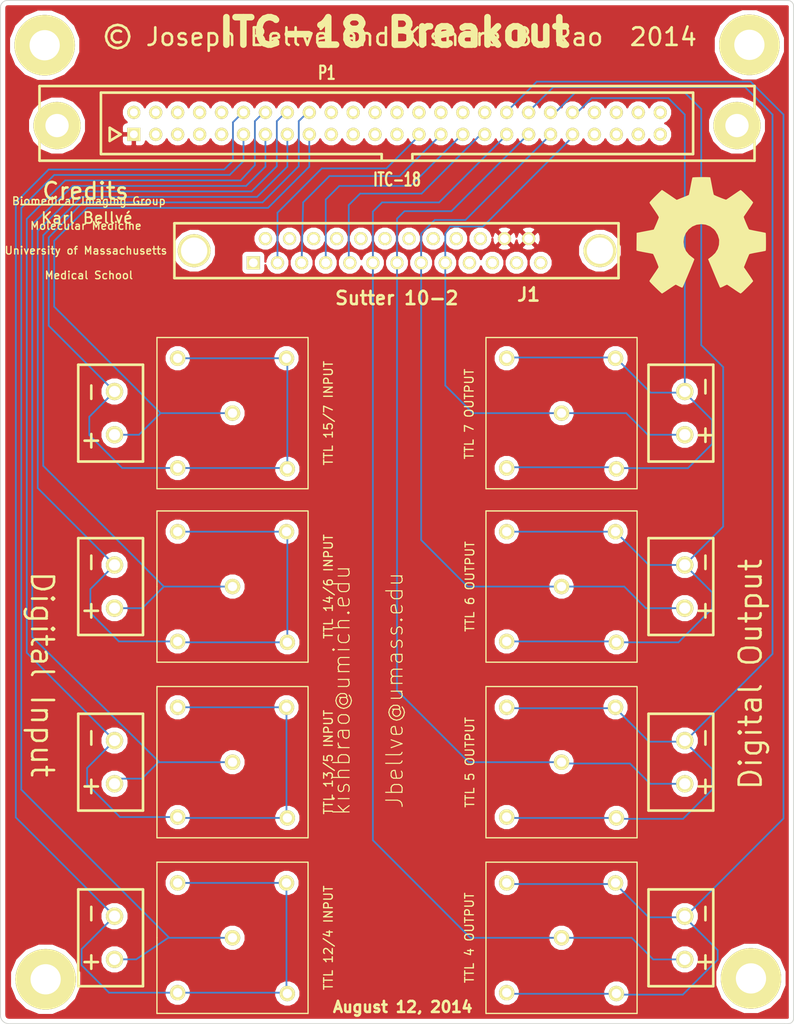
<source format=kicad_pcb>
(kicad_pcb (version 3) (host pcbnew "(2013-june-11)-stable")

  (general
    (links 66)
    (no_connects 0)
    (area 154.178 77.978 246.126 196.596)
    (thickness 1.6)
    (drawings 28)
    (tracks 238)
    (zones 0)
    (modules 23)
    (nets 22)
  )

  (page A3)
  (layers
    (15 F.Cu signal)
    (0 B.Cu signal)
    (16 B.Adhes user)
    (17 F.Adhes user)
    (18 B.Paste user)
    (19 F.Paste user)
    (20 B.SilkS user hide)
    (21 F.SilkS user)
    (22 B.Mask user hide)
    (23 F.Mask user)
    (24 Dwgs.User user hide)
    (25 Cmts.User user hide)
    (26 Eco1.User user hide)
    (27 Eco2.User user hide)
    (28 Edge.Cuts user)
  )

  (setup
    (last_trace_width 0.2032)
    (trace_clearance 0.254)
    (zone_clearance 0.508)
    (zone_45_only no)
    (trace_min 0.2032)
    (segment_width 0.2)
    (edge_width 0.1)
    (via_size 0.889)
    (via_drill 0.635)
    (via_min_size 0.889)
    (via_min_drill 0.508)
    (uvia_size 0.508)
    (uvia_drill 0.127)
    (uvias_allowed no)
    (uvia_min_size 0.508)
    (uvia_min_drill 0.127)
    (pcb_text_width 0.3)
    (pcb_text_size 1.5 1.5)
    (mod_edge_width 0.15)
    (mod_text_size 1 1)
    (mod_text_width 0.15)
    (pad_size 1.778 1.778)
    (pad_drill 1.0668)
    (pad_to_mask_clearance 0)
    (aux_axis_origin 76.835 46.99)
    (visible_elements 7FFEF6FF)
    (pcbplotparams
      (layerselection 283148289)
      (usegerberextensions true)
      (excludeedgelayer true)
      (linewidth 0.150000)
      (plotframeref false)
      (viasonmask false)
      (mode 1)
      (useauxorigin false)
      (hpglpennumber 1)
      (hpglpenspeed 20)
      (hpglpendiameter 15)
      (hpglpenoverlay 2)
      (psnegative false)
      (psa4output false)
      (plotreference true)
      (plotvalue true)
      (plotothertext true)
      (plotinvisibletext false)
      (padsonsilk false)
      (subtractmaskfromsilk false)
      (outputformat 1)
      (mirror false)
      (drillshape 0)
      (scaleselection 1)
      (outputdirectory /mnt/alcor/VolGroup03-LogVol00/kdb/kicad/Gerber/))
  )

  (net 0 "")
  (net 1 /11)
  (net 2 /12)
  (net 3 /13)
  (net 4 /14)
  (net 5 /15)
  (net 6 /16)
  (net 7 /17)
  (net 8 /18)
  (net 9 /27-2)
  (net 10 /29-3)
  (net 11 /31-4)
  (net 12 /33-5)
  (net 13 /35-6)
  (net 14 /37-7)
  (net 15 /39-8)
  (net 16 /41-9)
  (net 17 /42-GND)
  (net 18 GND)
  (net 19 N-0000010)
  (net 20 N-0000011)
  (net 21 N-000002)

  (net_class Default "This is the default net class."
    (clearance 0.254)
    (trace_width 0.2032)
    (via_dia 0.889)
    (via_drill 0.635)
    (uvia_dia 0.508)
    (uvia_drill 0.127)
    (add_net "")
    (add_net /11)
    (add_net /12)
    (add_net /13)
    (add_net /14)
    (add_net /15)
    (add_net /16)
    (add_net /17)
    (add_net /18)
    (add_net /27-2)
    (add_net /29-3)
    (add_net /31-4)
    (add_net /33-5)
    (add_net /35-6)
    (add_net /37-7)
    (add_net /39-8)
    (add_net /41-9)
    (add_net /42-GND)
    (add_net GND)
    (add_net N-0000010)
    (add_net N-0000011)
    (add_net N-000002)
  )

  (module 3.5_MM_DRILLHOLE (layer F.Cu) (tedit 53D792C5) (tstamp 53D2F0CD)
    (at 241.34572 191.389)
    (descr "module 1 pin (ou trou mecanique de percage)")
    (tags DEV)
    (path /53D29107)
    (fp_text reference P20 (at 0 -5) (layer F.SilkS) hide
      (effects (font (size 1.016 1.016) (thickness 0.254)))
    )
    (fp_text value CONN_1 (at 0 2.794) (layer F.SilkS) hide
      (effects (font (size 1.016 1.016) (thickness 0.254)))
    )
    (fp_circle (center 0 0) (end 0 -2.286) (layer F.SilkS) (width 0.381))
    (pad 1 thru_hole circle (at 0 0) (size 7 7) (drill 3.5)
      (layers *.Cu *.Mask F.SilkS)
    )
  )

  (module 3.5_MM_DRILLHOLE (layer F.Cu) (tedit 53D683E3) (tstamp 53D2F4FE)
    (at 159.6644 191.4906)
    (descr "module 1 pin (ou trou mecanique de percage)")
    (tags DEV)
    (path /53D29116)
    (fp_text reference P18 (at 0 -5) (layer F.SilkS) hide
      (effects (font (size 1.016 1.016) (thickness 0.254)))
    )
    (fp_text value CONN_1 (at 0 2.794) (layer F.SilkS) hide
      (effects (font (size 1.016 1.016) (thickness 0.254)))
    )
    (fp_circle (center 0 0) (end 0 -2.286) (layer F.SilkS) (width 0.381))
    (pad 1 thru_hole circle (at 0 0) (size 7 7) (drill 3.5)
      (layers *.Cu *.Mask F.SilkS)
    )
  )

  (module 3.5_MM_DRILLHOLE (layer F.Cu) (tedit 53D7918C) (tstamp 53D2F0D9)
    (at 159.55264 83.41614)
    (descr "module 1 pin (ou trou mecanique de percage)")
    (tags DEV)
    (path /53D29125)
    (fp_text reference P21 (at 0 -5) (layer F.SilkS) hide
      (effects (font (size 1.016 1.016) (thickness 0.254)))
    )
    (fp_text value CONN_1 (at 0 2.794) (layer F.SilkS) hide
      (effects (font (size 1.016 1.016) (thickness 0.254)))
    )
    (fp_circle (center 0 0) (end 0 -2.286) (layer F.SilkS) (width 0.381))
    (pad 1 thru_hole circle (at 0 0) (size 7 7) (drill 3.5)
      (layers *.Cu *.Mask F.SilkS)
    )
  )

  (module 3.5_MM_DRILLHOLE (layer F.Cu) (tedit 53D792BD) (tstamp 53D2F0DF)
    (at 241.173 83.37042)
    (descr "module 1 pin (ou trou mecanique de percage)")
    (tags DEV)
    (path /53D2913C)
    (fp_text reference P19 (at 0 -5) (layer F.SilkS) hide
      (effects (font (size 1.016 1.016) (thickness 0.254)))
    )
    (fp_text value CONN_1 (at 0 2.794) (layer F.SilkS) hide
      (effects (font (size 1.016 1.016) (thickness 0.254)))
    )
    (fp_circle (center 0 0) (end 0 -2.286) (layer F.SilkS) (width 0.381))
    (pad 1 thru_hole circle (at -0.0127 0) (size 7 7) (drill 3.5)
      (layers *.Cu *.Mask F.SilkS)
    )
  )

  (module OSHW-logo_silkscreen-front_15mm (layer F.Cu) (tedit 0) (tstamp 53E26D8D)
    (at 235.585 105.41)
    (fp_text reference G*** (at 0 7.95528) (layer F.SilkS) hide
      (effects (font (size 0.68326 0.68326) (thickness 0.13462)))
    )
    (fp_text value OSHW-logo_silkscreen-front_15mm (at 0 -7.95528) (layer F.SilkS) hide
      (effects (font (size 0.68326 0.68326) (thickness 0.13462)))
    )
    (fp_poly (pts (xy -4.5466 6.73862) (xy -4.46786 6.69544) (xy -4.2926 6.58622) (xy -4.04114 6.42112)
      (xy -3.7465 6.223) (xy -3.44932 6.02234) (xy -3.20548 5.85978) (xy -3.03276 5.75056)
      (xy -2.96164 5.70992) (xy -2.92354 5.72262) (xy -2.7813 5.7912) (xy -2.5781 5.89788)
      (xy -2.45872 5.95884) (xy -2.27076 6.04012) (xy -2.17678 6.0579) (xy -2.16154 6.0325)
      (xy -2.09296 5.88772) (xy -1.98374 5.64134) (xy -1.84404 5.31622) (xy -1.68148 4.93522)
      (xy -1.50876 4.52628) (xy -1.3335 4.10718) (xy -1.1684 3.7084) (xy -1.02108 3.34772)
      (xy -0.90424 3.05562) (xy -0.8255 2.85496) (xy -0.79756 2.76606) (xy -0.80518 2.74828)
      (xy -0.89916 2.65684) (xy -1.06426 2.53238) (xy -1.41732 2.24536) (xy -1.76784 1.80848)
      (xy -1.98374 1.31064) (xy -2.05232 0.75946) (xy -1.9939 0.24892) (xy -1.7907 -0.24638)
      (xy -1.45034 -0.68834) (xy -1.03378 -1.016) (xy -0.5461 -1.22428) (xy 0 -1.29286)
      (xy 0.52324 -1.2319) (xy 1.02616 -1.03378) (xy 1.46812 -0.6985) (xy 1.65354 -0.4826)
      (xy 1.91262 -0.03302) (xy 2.0574 0.44704) (xy 2.07518 0.56896) (xy 2.05232 1.09474)
      (xy 1.89738 1.6002) (xy 1.61798 2.05232) (xy 1.2319 2.42316) (xy 1.18364 2.45618)
      (xy 1.00584 2.5908) (xy 0.88392 2.68224) (xy 0.79248 2.75844) (xy 1.46304 4.37388)
      (xy 1.56972 4.63042) (xy 1.7526 5.07238) (xy 1.91516 5.45338) (xy 2.0447 5.75564)
      (xy 2.1336 5.9563) (xy 2.17424 6.03758) (xy 2.17678 6.04266) (xy 2.2352 6.05282)
      (xy 2.35966 6.00964) (xy 2.58572 5.89788) (xy 2.73304 5.82168) (xy 2.90576 5.7404)
      (xy 2.98196 5.70992) (xy 3.048 5.74548) (xy 3.2131 5.85216) (xy 3.45186 6.01218)
      (xy 3.74142 6.20776) (xy 4.01574 6.39572) (xy 4.26974 6.56336) (xy 4.45516 6.6802)
      (xy 4.54152 6.72846) (xy 4.55676 6.72846) (xy 4.63804 6.68274) (xy 4.78028 6.56336)
      (xy 5.00126 6.35508) (xy 5.31368 6.04774) (xy 5.3594 6.00202) (xy 5.61594 5.7404)
      (xy 5.82422 5.52196) (xy 5.96392 5.36702) (xy 6.01218 5.2959) (xy 6.01218 5.2959)
      (xy 5.96646 5.207) (xy 5.85216 5.02412) (xy 5.68452 4.76758) (xy 5.47878 4.46786)
      (xy 4.94538 3.69062) (xy 5.23748 2.9591) (xy 5.32892 2.73304) (xy 5.44322 2.46126)
      (xy 5.52704 2.26822) (xy 5.57022 2.18186) (xy 5.6515 2.15392) (xy 5.85216 2.10566)
      (xy 6.14172 2.0447) (xy 6.4897 1.9812) (xy 6.8199 1.92024) (xy 7.11962 1.86436)
      (xy 7.33552 1.82118) (xy 7.43204 1.8034) (xy 7.4549 1.78816) (xy 7.47522 1.74244)
      (xy 7.48792 1.64084) (xy 7.49554 1.45796) (xy 7.49808 1.17348) (xy 7.49808 0.75946)
      (xy 7.49808 0.71374) (xy 7.49554 0.32004) (xy 7.48792 0.00508) (xy 7.47522 -0.20066)
      (xy 7.46252 -0.28194) (xy 7.46252 -0.28194) (xy 7.36854 -0.3048) (xy 7.15772 -0.35052)
      (xy 6.86054 -0.40894) (xy 6.5024 -0.47498) (xy 6.48208 -0.48006) (xy 6.12648 -0.54864)
      (xy 5.8293 -0.61214) (xy 5.62102 -0.65786) (xy 5.53466 -0.6858) (xy 5.51434 -0.7112)
      (xy 5.44322 -0.8509) (xy 5.34162 -1.06934) (xy 5.22478 -1.33858) (xy 5.10794 -1.61798)
      (xy 5.00888 -1.8669) (xy 4.9403 -2.05486) (xy 4.91998 -2.13868) (xy 4.92252 -2.14122)
      (xy 4.97586 -2.22758) (xy 5.09778 -2.41046) (xy 5.2705 -2.66446) (xy 5.47624 -2.96672)
      (xy 5.49148 -2.98958) (xy 5.69468 -3.2893) (xy 5.86232 -3.5433) (xy 5.97154 -3.72364)
      (xy 6.01218 -3.80492) (xy 6.01218 -3.81) (xy 5.9436 -3.90144) (xy 5.7912 -4.07162)
      (xy 5.57276 -4.30022) (xy 5.31114 -4.56438) (xy 5.22732 -4.64566) (xy 4.93522 -4.93014)
      (xy 4.73202 -5.11556) (xy 4.60756 -5.21716) (xy 4.5466 -5.23748) (xy 4.54406 -5.23748)
      (xy 4.45516 -5.1816) (xy 4.26466 -5.05968) (xy 4.00812 -4.88442) (xy 3.70332 -4.67868)
      (xy 3.683 -4.66344) (xy 3.38328 -4.46024) (xy 3.13182 -4.29006) (xy 2.95656 -4.17322)
      (xy 2.87782 -4.1275) (xy 2.86512 -4.1275) (xy 2.7432 -4.16306) (xy 2.52984 -4.23672)
      (xy 2.26822 -4.33832) (xy 1.98882 -4.45008) (xy 1.73736 -4.55676) (xy 1.5494 -4.64312)
      (xy 1.4605 -4.69392) (xy 1.45796 -4.69646) (xy 1.42494 -4.80568) (xy 1.37414 -5.0292)
      (xy 1.31064 -5.33908) (xy 1.23952 -5.70484) (xy 1.22936 -5.76326) (xy 1.16078 -6.1214)
      (xy 1.1049 -6.41604) (xy 1.06172 -6.62178) (xy 1.0414 -6.7056) (xy 0.9906 -6.71576)
      (xy 0.81534 -6.72846) (xy 0.54864 -6.73608) (xy 0.22606 -6.73862) (xy -0.1143 -6.73862)
      (xy -0.4445 -6.731) (xy -0.72898 -6.72084) (xy -0.92964 -6.7056) (xy -1.016 -6.69036)
      (xy -1.01854 -6.68528) (xy -1.04902 -6.57352) (xy -1.09982 -6.35) (xy -1.16332 -6.03758)
      (xy -1.2319 -5.67182) (xy -1.2446 -5.60578) (xy -1.31318 -5.25018) (xy -1.3716 -4.95808)
      (xy -1.41478 -4.75488) (xy -1.43764 -4.67614) (xy -1.47066 -4.6609) (xy -1.61798 -4.59486)
      (xy -1.85674 -4.4958) (xy -2.15138 -4.37642) (xy -2.83972 -4.09956) (xy -3.68046 -4.67614)
      (xy -3.75666 -4.72948) (xy -4.06146 -4.93522) (xy -4.31038 -5.10032) (xy -4.4831 -5.21208)
      (xy -4.55422 -5.25272) (xy -4.5593 -5.25018) (xy -4.64312 -5.17652) (xy -4.81076 -5.01904)
      (xy -5.03682 -4.79806) (xy -5.30352 -4.5339) (xy -5.4991 -4.33832) (xy -5.73024 -4.1021)
      (xy -5.87756 -3.94208) (xy -5.95884 -3.84048) (xy -5.98678 -3.77952) (xy -5.97916 -3.73888)
      (xy -5.92582 -3.65252) (xy -5.80136 -3.4671) (xy -5.62864 -3.21056) (xy -5.4229 -2.91338)
      (xy -5.25526 -2.66446) (xy -5.07238 -2.38252) (xy -4.953 -2.17932) (xy -4.91236 -2.0828)
      (xy -4.92252 -2.04216) (xy -4.98094 -1.87706) (xy -5.08254 -1.62814) (xy -5.207 -1.33096)
      (xy -5.50164 -0.66548) (xy -5.93852 -0.57912) (xy -6.20268 -0.53086) (xy -6.57098 -0.45974)
      (xy -6.92658 -0.39116) (xy -7.4803 -0.28194) (xy -7.49808 1.75006) (xy -7.41426 1.78816)
      (xy -7.33298 1.80848) (xy -7.12724 1.8542) (xy -6.83514 1.91262) (xy -6.4897 1.97866)
      (xy -6.19506 2.032) (xy -5.89788 2.08788) (xy -5.68706 2.13106) (xy -5.59308 2.15138)
      (xy -5.56768 2.18186) (xy -5.49402 2.32664) (xy -5.38988 2.5527) (xy -5.2705 2.82702)
      (xy -5.15112 3.11404) (xy -5.04698 3.37566) (xy -4.97586 3.57378) (xy -4.94792 3.67792)
      (xy -4.98856 3.75666) (xy -5.10032 3.93192) (xy -5.26288 4.1783) (xy -5.46608 4.47294)
      (xy -5.66674 4.76758) (xy -5.83692 5.01904) (xy -5.9563 5.20192) (xy -6.00456 5.2832)
      (xy -5.97916 5.33908) (xy -5.86232 5.48132) (xy -5.6388 5.71246) (xy -5.3086 6.04012)
      (xy -5.25526 6.09092) (xy -4.9911 6.34492) (xy -4.77012 6.54812) (xy -4.61518 6.68782)
      (xy -4.5466 6.73862)) (layer F.SilkS) (width 0.00254))
  )

  (module C2_5mm (layer F.Cu) (tedit 53EA146E) (tstamp 53CF352A)
    (at 233.68 125.984 90)
    (descr "Condensateur = 2 pas")
    (tags C)
    (path /53C7E7E7)
    (fp_text reference P3 (at 0 -2.5 90) (layer F.SilkS) hide
      (effects (font (size 1.016 1.016) (thickness 0.2032)))
    )
    (fp_text value 3 (at 0 2.5 90) (layer F.SilkS) hide
      (effects (font (size 1.016 1.016) (thickness 0.2032)))
    )
    (fp_line (start -5.6 -4.2) (end 5.6 -4.2) (layer F.SilkS) (width 0.3048))
    (fp_line (start 5.6 -4.2) (end 5.6 3.3) (layer F.SilkS) (width 0.3048))
    (fp_line (start 5.6 3.3) (end -5.6 3.3) (layer F.SilkS) (width 0.3048))
    (fp_line (start -5.6 3.3) (end -5.6 -4.2) (layer F.SilkS) (width 0.3048))
    (pad 1 thru_hole circle (at -2.5 0 90) (size 2 2) (drill 1.3)
      (layers *.Cu *.Mask F.SilkS)
      (net 16 /41-9)
    )
    (pad 2 thru_hole circle (at 2.5 0 90) (size 2 2) (drill 1.3)
      (layers *.Cu *.Mask F.SilkS)
      (net 17 /42-GND)
    )
    (model discret/capa_2pas_5x5mm.wrl
      (at (xyz 0 0 0))
      (scale (xyz 1 1 1))
      (rotate (xyz 0 0 0))
    )
  )

  (module C2_5mm (layer F.Cu) (tedit 53EA146E) (tstamp 53CF35F6)
    (at 233.68 186.69 90)
    (descr "Condensateur = 2 pas")
    (tags C)
    (path /53C7E7F9)
    (fp_text reference P15 (at 0 -2.5 90) (layer F.SilkS) hide
      (effects (font (size 1.016 1.016) (thickness 0.2032)))
    )
    (fp_text value "TTL 4" (at 0 2.5 90) (layer F.SilkS) hide
      (effects (font (size 1.016 1.016) (thickness 0.2032)))
    )
    (fp_line (start -5.6 -4.2) (end 5.6 -4.2) (layer F.SilkS) (width 0.3048))
    (fp_line (start 5.6 -4.2) (end 5.6 3.3) (layer F.SilkS) (width 0.3048))
    (fp_line (start 5.6 3.3) (end -5.6 3.3) (layer F.SilkS) (width 0.3048))
    (fp_line (start -5.6 3.3) (end -5.6 -4.2) (layer F.SilkS) (width 0.3048))
    (pad 1 thru_hole circle (at -2.5 0 90) (size 2 2) (drill 1.3)
      (layers *.Cu *.Mask F.SilkS)
      (net 13 /35-6)
    )
    (pad 2 thru_hole circle (at 2.5 0 90) (size 2 2) (drill 1.3)
      (layers *.Cu *.Mask F.SilkS)
      (net 19 N-0000010)
    )
    (model discret/capa_2pas_5x5mm.wrl
      (at (xyz 0 0 0))
      (scale (xyz 1 1 1))
      (rotate (xyz 0 0 0))
    )
  )

  (module C2_5mm (layer F.Cu) (tedit 53EA146E) (tstamp 53CF3475)
    (at 233.68 166.37 90)
    (descr "Condensateur = 2 pas")
    (tags C)
    (path /53C7E7F3)
    (fp_text reference P11 (at 0 -2.5 90) (layer F.SilkS) hide
      (effects (font (size 1.016 1.016) (thickness 0.2032)))
    )
    (fp_text value "TTL 5" (at 0 2.5 90) (layer F.SilkS) hide
      (effects (font (size 1.016 1.016) (thickness 0.2032)))
    )
    (fp_line (start -5.6 -4.2) (end 5.6 -4.2) (layer F.SilkS) (width 0.3048))
    (fp_line (start 5.6 -4.2) (end 5.6 3.3) (layer F.SilkS) (width 0.3048))
    (fp_line (start 5.6 3.3) (end -5.6 3.3) (layer F.SilkS) (width 0.3048))
    (fp_line (start -5.6 3.3) (end -5.6 -4.2) (layer F.SilkS) (width 0.3048))
    (pad 1 thru_hole circle (at -2.5 0 90) (size 2 2) (drill 1.3)
      (layers *.Cu *.Mask F.SilkS)
      (net 14 /37-7)
    )
    (pad 2 thru_hole circle (at 2.5 0 90) (size 2 2) (drill 1.3)
      (layers *.Cu *.Mask F.SilkS)
      (net 20 N-0000011)
    )
    (model discret/capa_2pas_5x5mm.wrl
      (at (xyz 0 0 0))
      (scale (xyz 1 1 1))
      (rotate (xyz 0 0 0))
    )
  )

  (module C2_5mm (layer F.Cu) (tedit 53EA146E) (tstamp 53CF346A)
    (at 233.68 146.05 90)
    (descr "Condensateur = 2 pas")
    (tags C)
    (path /53C7E7ED)
    (fp_text reference P7 (at 0 -2.5 90) (layer F.SilkS) hide
      (effects (font (size 1.016 1.016) (thickness 0.2032)))
    )
    (fp_text value 7 (at 0 2.5 90) (layer F.SilkS) hide
      (effects (font (size 1.016 1.016) (thickness 0.2032)))
    )
    (fp_line (start -5.6 -4.2) (end 5.6 -4.2) (layer F.SilkS) (width 0.3048))
    (fp_line (start 5.6 -4.2) (end 5.6 3.3) (layer F.SilkS) (width 0.3048))
    (fp_line (start 5.6 3.3) (end -5.6 3.3) (layer F.SilkS) (width 0.3048))
    (fp_line (start -5.6 3.3) (end -5.6 -4.2) (layer F.SilkS) (width 0.3048))
    (pad 1 thru_hole circle (at -2.5 0 90) (size 2 2) (drill 1.3)
      (layers *.Cu *.Mask F.SilkS)
      (net 15 /39-8)
    )
    (pad 2 thru_hole circle (at 2.5 0 90) (size 2 2) (drill 1.3)
      (layers *.Cu *.Mask F.SilkS)
      (net 21 N-000002)
    )
    (model discret/capa_2pas_5x5mm.wrl
      (at (xyz 0 0 0))
      (scale (xyz 1 1 1))
      (rotate (xyz 0 0 0))
    )
  )

  (module C2_5mm (layer F.Cu) (tedit 53EA146E) (tstamp 53CF3454)
    (at 167.64 186.69 90)
    (descr "Condensateur = 2 pas")
    (tags C)
    (path /53C7E7E1)
    (fp_text reference P14 (at 0 -2.5 90) (layer F.SilkS) hide
      (effects (font (size 1.016 1.016) (thickness 0.2032)))
    )
    (fp_text value "TTL 3" (at 0 2.5 90) (layer F.SilkS) hide
      (effects (font (size 1.016 1.016) (thickness 0.2032)))
    )
    (fp_line (start -5.6 -4.2) (end 5.6 -4.2) (layer F.SilkS) (width 0.3048))
    (fp_line (start 5.6 -4.2) (end 5.6 3.3) (layer F.SilkS) (width 0.3048))
    (fp_line (start 5.6 3.3) (end -5.6 3.3) (layer F.SilkS) (width 0.3048))
    (fp_line (start -5.6 3.3) (end -5.6 -4.2) (layer F.SilkS) (width 0.3048))
    (pad 1 thru_hole circle (at -2.5 0 90) (size 2 2) (drill 1.3)
      (layers *.Cu *.Mask F.SilkS)
      (net 1 /11)
    )
    (pad 2 thru_hole circle (at 2.5 0 90) (size 2 2) (drill 1.3)
      (layers *.Cu *.Mask F.SilkS)
      (net 2 /12)
    )
    (model discret/capa_2pas_5x5mm.wrl
      (at (xyz 0 0 0))
      (scale (xyz 1 1 1))
      (rotate (xyz 0 0 0))
    )
  )

  (module C2_5mm (layer F.Cu) (tedit 53EA146E) (tstamp 53CF3449)
    (at 167.64 166.37 90)
    (descr "Condensateur = 2 pas")
    (tags C)
    (path /53C7E7DB)
    (fp_text reference P10 (at 0 -2.5 90) (layer F.SilkS) hide
      (effects (font (size 1.016 1.016) (thickness 0.2032)))
    )
    (fp_text value "TTL 2" (at 0 2.5 90) (layer F.SilkS) hide
      (effects (font (size 1.016 1.016) (thickness 0.2032)))
    )
    (fp_line (start -5.6 -4.2) (end 5.6 -4.2) (layer F.SilkS) (width 0.3048))
    (fp_line (start 5.6 -4.2) (end 5.6 3.3) (layer F.SilkS) (width 0.3048))
    (fp_line (start 5.6 3.3) (end -5.6 3.3) (layer F.SilkS) (width 0.3048))
    (fp_line (start -5.6 3.3) (end -5.6 -4.2) (layer F.SilkS) (width 0.3048))
    (pad 1 thru_hole circle (at -2.5 0 90) (size 2 2) (drill 1.3)
      (layers *.Cu *.Mask F.SilkS)
      (net 3 /13)
    )
    (pad 2 thru_hole circle (at 2.5 0 90) (size 2 2) (drill 1.3)
      (layers *.Cu *.Mask F.SilkS)
      (net 4 /14)
    )
    (model discret/capa_2pas_5x5mm.wrl
      (at (xyz 0 0 0))
      (scale (xyz 1 1 1))
      (rotate (xyz 0 0 0))
    )
  )

  (module C2_5mm (layer F.Cu) (tedit 53EA146E) (tstamp 53CF343E)
    (at 167.64 146.05 90)
    (descr "Condensateur = 2 pas")
    (tags C)
    (path /53C7E7D5)
    (fp_text reference P6 (at 0 -2.5 90) (layer F.SilkS) hide
      (effects (font (size 1.016 1.016) (thickness 0.2032)))
    )
    (fp_text value "TTL 1" (at 0 2.5 90) (layer F.SilkS) hide
      (effects (font (size 1.016 1.016) (thickness 0.2032)))
    )
    (fp_line (start -5.6 -4.2) (end 5.6 -4.2) (layer F.SilkS) (width 0.3048))
    (fp_line (start 5.6 -4.2) (end 5.6 3.3) (layer F.SilkS) (width 0.3048))
    (fp_line (start 5.6 3.3) (end -5.6 3.3) (layer F.SilkS) (width 0.3048))
    (fp_line (start -5.6 3.3) (end -5.6 -4.2) (layer F.SilkS) (width 0.3048))
    (pad 1 thru_hole circle (at -2.5 0 90) (size 2 2) (drill 1.3)
      (layers *.Cu *.Mask F.SilkS)
      (net 5 /15)
    )
    (pad 2 thru_hole circle (at 2.5 0 90) (size 2 2) (drill 1.3)
      (layers *.Cu *.Mask F.SilkS)
      (net 6 /16)
    )
    (model discret/capa_2pas_5x5mm.wrl
      (at (xyz 0 0 0))
      (scale (xyz 1 1 1))
      (rotate (xyz 0 0 0))
    )
  )

  (module C2_5mm (layer F.Cu) (tedit 53EA146E) (tstamp 53CF3433)
    (at 167.64 125.984 90)
    (descr "Condensateur = 2 pas")
    (tags C)
    (path /53C7E7B4)
    (fp_text reference P2 (at 0 -2.5 90) (layer F.SilkS) hide
      (effects (font (size 1.016 1.016) (thickness 0.2032)))
    )
    (fp_text value "TTL 0" (at 0 2.5 90) (layer F.SilkS) hide
      (effects (font (size 1.016 1.016) (thickness 0.2032)))
    )
    (fp_line (start -5.6 -4.2) (end 5.6 -4.2) (layer F.SilkS) (width 0.3048))
    (fp_line (start 5.6 -4.2) (end 5.6 3.3) (layer F.SilkS) (width 0.3048))
    (fp_line (start 5.6 3.3) (end -5.6 3.3) (layer F.SilkS) (width 0.3048))
    (fp_line (start -5.6 3.3) (end -5.6 -4.2) (layer F.SilkS) (width 0.3048))
    (pad 1 thru_hole circle (at -2.5 0 90) (size 2 2) (drill 1.3)
      (layers *.Cu *.Mask F.SilkS)
      (net 7 /17)
    )
    (pad 2 thru_hole circle (at 2.5 0 90) (size 2 2) (drill 1.3)
      (layers *.Cu *.Mask F.SilkS)
      (net 8 /18)
    )
    (model discret/capa_2pas_5x5mm.wrl
      (at (xyz 0 0 0))
      (scale (xyz 1 1 1))
      (rotate (xyz 0 0 0))
    )
  )

  (module DB25FD (layer F.Cu) (tedit 53EA2480) (tstamp 53D6CABF)
    (at 200.3552 107.188 180)
    (descr "Connecteur DB25 femelle droit")
    (tags "CONN DB25")
    (path /53C7E378)
    (fp_text reference J1 (at -15.24 -5.08 360) (layer F.SilkS)
      (effects (font (size 1.524 1.524) (thickness 0.3048)))
    )
    (fp_text value "Sutter 10-2" (at 0.0254 -5.4864 360) (layer F.SilkS)
      (effects (font (size 1.524 1.524) (thickness 0.3048)))
    )
    (fp_line (start -25.654 -3.175) (end -25.654 -3.175) (layer F.SilkS) (width 0.3048))
    (fp_line (start -25.654 -3.175) (end -25.654 3.175) (layer F.SilkS) (width 0.3048))
    (fp_line (start -25.654 3.175) (end 25.781 3.175) (layer F.SilkS) (width 0.3048))
    (fp_line (start 25.781 3.175) (end 25.781 -3.175) (layer F.SilkS) (width 0.3048))
    (fp_line (start 25.781 -3.175) (end -25.527 -3.175) (layer F.SilkS) (width 0.3048))
    (fp_line (start -25.527 -3.175) (end -25.654 -3.175) (layer F.SilkS) (width 0.3048))
    (pad 0 thru_hole circle (at -23.495 0 180) (size 3.81 3.81) (drill 3.048)
      (layers *.Cu *.Mask F.SilkS)
    )
    (pad 0 thru_hole circle (at 23.495 0 180) (size 3.81 3.81) (drill 3.048)
      (layers *.Cu *.Mask F.SilkS)
    )
    (pad 1 thru_hole rect (at 16.637 -1.397 180) (size 1.524 1.524) (drill 1.016)
      (layers *.Cu *.Mask F.SilkS)
    )
    (pad 2 thru_hole circle (at 13.843 -1.397 180) (size 1.524 1.524) (drill 1.016)
      (layers *.Cu *.Mask F.SilkS)
      (net 9 /27-2)
    )
    (pad 3 thru_hole circle (at 11.049 -1.397 180) (size 1.524 1.524) (drill 1.016)
      (layers *.Cu *.Mask F.SilkS)
      (net 10 /29-3)
    )
    (pad 4 thru_hole circle (at 8.255 -1.397 180) (size 1.524 1.524) (drill 1.016)
      (layers *.Cu *.Mask F.SilkS)
      (net 11 /31-4)
    )
    (pad 5 thru_hole circle (at 5.461 -1.397 180) (size 1.524 1.524) (drill 1.016)
      (layers *.Cu *.Mask F.SilkS)
      (net 12 /33-5)
    )
    (pad 6 thru_hole circle (at 2.794 -1.397 180) (size 1.524 1.524) (drill 1.016)
      (layers *.Cu *.Mask F.SilkS)
      (net 13 /35-6)
    )
    (pad 7 thru_hole circle (at 0 -1.397 180) (size 1.524 1.524) (drill 1.016)
      (layers *.Cu *.Mask F.SilkS)
      (net 14 /37-7)
    )
    (pad 8 thru_hole circle (at -2.794 -1.397 180) (size 1.524 1.524) (drill 1.016)
      (layers *.Cu *.Mask F.SilkS)
      (net 15 /39-8)
    )
    (pad 9 thru_hole circle (at -5.588 -1.397 180) (size 1.524 1.524) (drill 1.016)
      (layers *.Cu *.Mask F.SilkS)
      (net 16 /41-9)
    )
    (pad 10 thru_hole circle (at -8.382 -1.397 180) (size 1.524 1.524) (drill 1.016)
      (layers *.Cu *.Mask F.SilkS)
    )
    (pad 11 thru_hole circle (at -11.049 -1.397 180) (size 1.524 1.524) (drill 1.016)
      (layers *.Cu *.Mask F.SilkS)
    )
    (pad 12 thru_hole circle (at -13.843 -1.397 180) (size 1.524 1.524) (drill 1.016)
      (layers *.Cu *.Mask F.SilkS)
    )
    (pad 13 thru_hole circle (at -16.637 -1.397 180) (size 1.524 1.524) (drill 1.016)
      (layers *.Cu *.Mask F.SilkS)
    )
    (pad 14 thru_hole circle (at 15.24 1.397 180) (size 1.524 1.524) (drill 1.016)
      (layers *.Cu *.Mask F.SilkS)
    )
    (pad 15 thru_hole circle (at 12.446 1.397 180) (size 1.524 1.524) (drill 1.016)
      (layers *.Cu *.Mask F.SilkS)
    )
    (pad 16 thru_hole circle (at 9.652 1.397 180) (size 1.524 1.524) (drill 1.016)
      (layers *.Cu *.Mask F.SilkS)
    )
    (pad 17 thru_hole circle (at 6.985 1.397 180) (size 1.524 1.524) (drill 1.016)
      (layers *.Cu *.Mask F.SilkS)
    )
    (pad 18 thru_hole circle (at 4.191 1.397 180) (size 1.524 1.524) (drill 1.016)
      (layers *.Cu *.Mask F.SilkS)
    )
    (pad 19 thru_hole circle (at 1.397 1.397 180) (size 1.524 1.524) (drill 1.016)
      (layers *.Cu *.Mask F.SilkS)
    )
    (pad 20 thru_hole circle (at -1.397 1.397 180) (size 1.524 1.524) (drill 1.016)
      (layers *.Cu *.Mask F.SilkS)
    )
    (pad 21 thru_hole circle (at -4.191 1.397 180) (size 1.524 1.524) (drill 1.016)
      (layers *.Cu *.Mask F.SilkS)
    )
    (pad 22 thru_hole circle (at -6.858 1.397 180) (size 1.524 1.524) (drill 1.016)
      (layers *.Cu *.Mask F.SilkS)
    )
    (pad 23 thru_hole circle (at -9.652 1.397 180) (size 1.524 1.524) (drill 1.016)
      (layers *.Cu *.Mask F.SilkS)
    )
    (pad 24 thru_hole circle (at -12.446 1.397 180) (size 1.524 1.524) (drill 1.016)
      (layers *.Cu *.Mask F.SilkS)
      (net 18 GND)
    )
    (pad 25 thru_hole circle (at -15.24 1.397 180) (size 1.524 1.524) (drill 1.016)
      (layers *.Cu *.Mask F.SilkS)
      (net 18 GND)
    )
    (model conn_DBxx/db25_female.wrl
      (at (xyz 0 0 0))
      (scale (xyz 1 1 1))
      (rotate (xyz 0 0 0))
    )
  )

  (module HE10_50D (layer F.Cu) (tedit 53EA2494) (tstamp 53D6CB4E)
    (at 200.3552 92.456)
    (descr "Connecteur HE10 50 contacts droit")
    (tags "CONN HE10")
    (path /53C7D574)
    (fp_text reference P1 (at -8.128 -5.842) (layer F.SilkS)
      (effects (font (size 1.524 1.016) (thickness 0.3048)))
    )
    (fp_text value ITC-18 (at 0 6.5024) (layer F.SilkS)
      (effects (font (size 1.524 1.016) (thickness 0.3048)))
    )
    (fp_line (start -32.004 1.27) (end -33.274 0.508) (layer F.SilkS) (width 0.3048))
    (fp_line (start -33.274 0.508) (end -33.274 2.032) (layer F.SilkS) (width 0.3048))
    (fp_line (start -33.274 2.032) (end -32.004 1.27) (layer F.SilkS) (width 0.3048))
    (fp_line (start -41.402 -4.318) (end -41.402 4.318) (layer F.SilkS) (width 0.3048))
    (fp_line (start -41.402 4.318) (end 41.402 4.318) (layer F.SilkS) (width 0.3048))
    (fp_line (start 41.402 4.318) (end 41.402 -4.318) (layer F.SilkS) (width 0.3048))
    (fp_line (start 41.402 -4.318) (end -41.402 -4.318) (layer F.SilkS) (width 0.3048))
    (fp_line (start -1.778 4.318) (end -1.778 3.556) (layer F.SilkS) (width 0.3048))
    (fp_line (start -1.778 3.556) (end -34.29 3.556) (layer F.SilkS) (width 0.3048))
    (fp_line (start -34.29 3.556) (end -34.29 -3.556) (layer F.SilkS) (width 0.3048))
    (fp_line (start -34.29 -3.556) (end 34.29 -3.556) (layer F.SilkS) (width 0.3048))
    (fp_line (start 34.29 -3.556) (end 34.29 3.556) (layer F.SilkS) (width 0.3048))
    (fp_line (start 34.29 3.556) (end 1.778 3.556) (layer F.SilkS) (width 0.3048))
    (fp_line (start 1.778 3.556) (end 1.778 4.318) (layer F.SilkS) (width 0.3048))
    (pad 1 thru_hole rect (at -30.48 1.27) (size 1.524 1.524) (drill 0.9144)
      (layers *.Cu *.Mask F.SilkS)
      (net 18 GND)
    )
    (pad 2 thru_hole circle (at -30.48 -1.27) (size 1.524 1.524) (drill 0.9144)
      (layers *.Cu *.Mask F.SilkS)
    )
    (pad 3 thru_hole circle (at -27.94 1.27) (size 1.524 1.524) (drill 0.9144)
      (layers *.Cu *.Mask F.SilkS)
    )
    (pad 4 thru_hole circle (at -27.94 -1.27) (size 1.524 1.524) (drill 0.9144)
      (layers *.Cu *.Mask F.SilkS)
    )
    (pad 5 thru_hole circle (at -25.4 1.27) (size 1.524 1.524) (drill 0.9144)
      (layers *.Cu *.Mask F.SilkS)
    )
    (pad 6 thru_hole circle (at -25.4 -1.27) (size 1.524 1.524) (drill 0.9144)
      (layers *.Cu *.Mask F.SilkS)
    )
    (pad 7 thru_hole circle (at -22.86 1.27) (size 1.524 1.524) (drill 0.9144)
      (layers *.Cu *.Mask F.SilkS)
    )
    (pad 8 thru_hole circle (at -22.86 -1.27) (size 1.524 1.524) (drill 0.9144)
      (layers *.Cu *.Mask F.SilkS)
    )
    (pad 9 thru_hole circle (at -20.32 1.27) (size 1.524 1.524) (drill 0.9144)
      (layers *.Cu *.Mask F.SilkS)
    )
    (pad 10 thru_hole circle (at -20.32 -1.27) (size 1.524 1.524) (drill 0.9144)
      (layers *.Cu *.Mask F.SilkS)
    )
    (pad 11 thru_hole circle (at -17.78 1.27) (size 1.524 1.524) (drill 0.9144)
      (layers *.Cu *.Mask F.SilkS)
      (net 1 /11)
    )
    (pad 12 thru_hole circle (at -17.78 -1.27) (size 1.524 1.524) (drill 0.9144)
      (layers *.Cu *.Mask F.SilkS)
      (net 2 /12)
    )
    (pad 13 thru_hole circle (at -15.24 1.27) (size 1.524 1.524) (drill 0.9144)
      (layers *.Cu *.Mask F.SilkS)
      (net 3 /13)
    )
    (pad 14 thru_hole circle (at -15.24 -1.27) (size 1.524 1.524) (drill 0.9144)
      (layers *.Cu *.Mask F.SilkS)
      (net 4 /14)
    )
    (pad 15 thru_hole circle (at -12.7 1.27) (size 1.524 1.524) (drill 0.9144)
      (layers *.Cu *.Mask F.SilkS)
      (net 5 /15)
    )
    (pad 16 thru_hole circle (at -12.7 -1.27) (size 1.524 1.524) (drill 0.9144)
      (layers *.Cu *.Mask F.SilkS)
      (net 6 /16)
    )
    (pad 17 thru_hole circle (at -10.16 1.27) (size 1.524 1.524) (drill 0.9144)
      (layers *.Cu *.Mask F.SilkS)
      (net 7 /17)
    )
    (pad 18 thru_hole circle (at -10.16 -1.27) (size 1.524 1.524) (drill 0.9144)
      (layers *.Cu *.Mask F.SilkS)
      (net 8 /18)
    )
    (pad 19 thru_hole circle (at -7.62 1.27) (size 1.524 1.524) (drill 0.9144)
      (layers *.Cu *.Mask F.SilkS)
    )
    (pad 20 thru_hole circle (at -7.62 -1.27) (size 1.524 1.524) (drill 0.9144)
      (layers *.Cu *.Mask F.SilkS)
    )
    (pad "" thru_hole circle (at -39.37 0.254) (size 5.461 5.461) (drill 2.6924)
      (layers *.Cu *.Mask F.SilkS)
    )
    (pad 21 thru_hole circle (at -5.08 1.27) (size 1.524 1.524) (drill 0.9144)
      (layers *.Cu *.Mask F.SilkS)
    )
    (pad 22 thru_hole circle (at -5.08 -1.27) (size 1.524 1.524) (drill 0.9144)
      (layers *.Cu *.Mask F.SilkS)
    )
    (pad 23 thru_hole circle (at -2.54 1.27) (size 1.524 1.524) (drill 0.9144)
      (layers *.Cu *.Mask F.SilkS)
    )
    (pad 24 thru_hole circle (at -2.54 -1.27) (size 1.524 1.524) (drill 0.9144)
      (layers *.Cu *.Mask F.SilkS)
    )
    (pad 25 thru_hole circle (at 0 1.27) (size 1.524 1.524) (drill 0.9144)
      (layers *.Cu *.Mask F.SilkS)
    )
    (pad 26 thru_hole circle (at 0 -1.27) (size 1.524 1.524) (drill 0.9144)
      (layers *.Cu *.Mask F.SilkS)
    )
    (pad 27 thru_hole circle (at 2.54 1.27) (size 1.524 1.524) (drill 0.9144)
      (layers *.Cu *.Mask F.SilkS)
      (net 9 /27-2)
    )
    (pad 28 thru_hole circle (at 2.54 -1.27) (size 1.524 1.524) (drill 0.9144)
      (layers *.Cu *.Mask F.SilkS)
    )
    (pad 29 thru_hole circle (at 5.08 1.27) (size 1.524 1.524) (drill 0.9144)
      (layers *.Cu *.Mask F.SilkS)
      (net 10 /29-3)
    )
    (pad 30 thru_hole circle (at 5.08 -1.27) (size 1.524 1.524) (drill 0.9144)
      (layers *.Cu *.Mask F.SilkS)
    )
    (pad 31 thru_hole circle (at 7.62 1.27) (size 1.524 1.524) (drill 0.9144)
      (layers *.Cu *.Mask F.SilkS)
      (net 11 /31-4)
    )
    (pad 32 thru_hole circle (at 7.62 -1.27) (size 1.524 1.524) (drill 0.9144)
      (layers *.Cu *.Mask F.SilkS)
    )
    (pad 33 thru_hole circle (at 10.16 1.27) (size 1.524 1.524) (drill 0.9144)
      (layers *.Cu *.Mask F.SilkS)
      (net 12 /33-5)
    )
    (pad 34 thru_hole circle (at 10.16 -1.27) (size 1.524 1.524) (drill 0.9144)
      (layers *.Cu *.Mask F.SilkS)
    )
    (pad 35 thru_hole circle (at 12.7 1.27) (size 1.524 1.524) (drill 0.9144)
      (layers *.Cu *.Mask F.SilkS)
      (net 13 /35-6)
    )
    (pad 36 thru_hole circle (at 12.7 -1.27) (size 1.524 1.524) (drill 0.9144)
      (layers *.Cu *.Mask F.SilkS)
      (net 19 N-0000010)
    )
    (pad 37 thru_hole circle (at 15.24 1.27) (size 1.524 1.524) (drill 0.9144)
      (layers *.Cu *.Mask F.SilkS)
      (net 14 /37-7)
    )
    (pad 38 thru_hole circle (at 15.24 -1.27) (size 1.524 1.524) (drill 0.9144)
      (layers *.Cu *.Mask F.SilkS)
      (net 20 N-0000011)
    )
    (pad 39 thru_hole circle (at 17.78 1.27) (size 1.524 1.524) (drill 0.9144)
      (layers *.Cu *.Mask F.SilkS)
      (net 15 /39-8)
    )
    (pad 40 thru_hole circle (at 17.78 -1.27) (size 1.524 1.524) (drill 0.9144)
      (layers *.Cu *.Mask F.SilkS)
      (net 21 N-000002)
    )
    (pad 41 thru_hole circle (at 20.32 1.27) (size 1.524 1.524) (drill 0.9144)
      (layers *.Cu *.Mask F.SilkS)
      (net 16 /41-9)
    )
    (pad 42 thru_hole circle (at 20.32 -1.27) (size 1.524 1.524) (drill 0.9144)
      (layers *.Cu *.Mask F.SilkS)
      (net 17 /42-GND)
    )
    (pad 43 thru_hole circle (at 22.86 1.27) (size 1.524 1.524) (drill 0.9144)
      (layers *.Cu *.Mask F.SilkS)
    )
    (pad 44 thru_hole circle (at 22.86 -1.27) (size 1.524 1.524) (drill 0.9144)
      (layers *.Cu *.Mask F.SilkS)
    )
    (pad 45 thru_hole circle (at 25.4 1.27) (size 1.524 1.524) (drill 0.9144)
      (layers *.Cu *.Mask F.SilkS)
    )
    (pad 46 thru_hole circle (at 25.4 -1.27) (size 1.524 1.524) (drill 0.9144)
      (layers *.Cu *.Mask F.SilkS)
    )
    (pad 47 thru_hole circle (at 27.94 1.27) (size 1.524 1.524) (drill 0.9144)
      (layers *.Cu *.Mask F.SilkS)
    )
    (pad 48 thru_hole circle (at 27.94 -1.27) (size 1.524 1.524) (drill 0.9144)
      (layers *.Cu *.Mask F.SilkS)
    )
    (pad 49 thru_hole circle (at 30.48 1.27) (size 1.524 1.524) (drill 0.9144)
      (layers *.Cu *.Mask F.SilkS)
    )
    (pad 50 thru_hole circle (at 30.48 -1.27) (size 1.524 1.524) (drill 0.9144)
      (layers *.Cu *.Mask F.SilkS)
    )
    (pad "" thru_hole circle (at 39.37 0.254) (size 5.461 5.461) (drill 2.6924)
      (layers *.Cu *.Mask F.SilkS)
    )
  )

  (module BNC-S (layer F.Cu) (tedit 53EA1E3A) (tstamp 53C9A861)
    (at 181.30266 186.69)
    (path /53C7D617)
    (fp_text reference P16 (at 0.0508 8.58012) (layer F.SilkS) hide
      (effects (font (size 1 1) (thickness 0.15)))
    )
    (fp_text value "TTL 12/4 INPUT" (at 11.0998 0 90) (layer F.SilkS)
      (effects (font (size 1 1) (thickness 0.15)))
    )
    (fp_line (start -8.75 0) (end -8.75 8.75) (layer F.SilkS) (width 0.15))
    (fp_line (start -8.75 8.75) (end 8.75 8.75) (layer F.SilkS) (width 0.15))
    (fp_line (start 8.75 8.75) (end 8.75 -8.75) (layer F.SilkS) (width 0.15))
    (fp_line (start 8.7 -8.75) (end -8.75 -8.75) (layer F.SilkS) (width 0.15))
    (fp_line (start -8.75 -8.75) (end -8.75 0) (layer F.SilkS) (width 0.15))
    (pad 2 thru_hole circle (at 6.25 -6.35) (size 1.778 1.778) (drill 1.0668)
      (layers *.Cu *.Mask F.SilkS)
      (net 2 /12)
    )
    (pad 2 thru_hole circle (at 6.35 6.45) (size 1.778 1.778) (drill 1.0668)
      (layers *.Cu *.Mask F.SilkS)
      (net 2 /12)
    )
    (pad 1 thru_hole circle (at 0 0) (size 1.778 1.778) (drill 1.0668)
      (layers *.Cu *.Mask F.SilkS)
      (net 1 /11)
    )
    (pad 2 thru_hole circle (at -6.35 6.35) (size 1.778 1.778) (drill 1.0668)
      (layers *.Cu *.Mask F.SilkS)
      (net 2 /12)
    )
    (pad 2 thru_hole circle (at -6.35 -6.35) (size 1.778 1.778) (drill 1.0668)
      (layers *.Cu *.Mask F.SilkS)
      (net 2 /12)
    )
  )

  (module BNC-S (layer F.Cu) (tedit 53EA1E3A) (tstamp 53C9A853)
    (at 181.3052 166.37)
    (path /53C7D611)
    (fp_text reference P12 (at 0.0508 8.58012) (layer F.SilkS) hide
      (effects (font (size 1 1) (thickness 0.15)))
    )
    (fp_text value "TTL 13/5 INPUT" (at 11.0998 0 90) (layer F.SilkS)
      (effects (font (size 1 1) (thickness 0.15)))
    )
    (fp_line (start -8.75 0) (end -8.75 8.75) (layer F.SilkS) (width 0.15))
    (fp_line (start -8.75 8.75) (end 8.75 8.75) (layer F.SilkS) (width 0.15))
    (fp_line (start 8.75 8.75) (end 8.75 -8.75) (layer F.SilkS) (width 0.15))
    (fp_line (start 8.7 -8.75) (end -8.75 -8.75) (layer F.SilkS) (width 0.15))
    (fp_line (start -8.75 -8.75) (end -8.75 0) (layer F.SilkS) (width 0.15))
    (pad 2 thru_hole circle (at 6.25 -6.35) (size 1.778 1.778) (drill 1.0668)
      (layers *.Cu *.Mask F.SilkS)
      (net 4 /14)
    )
    (pad 2 thru_hole circle (at 6.35 6.45) (size 1.778 1.778) (drill 1.0668)
      (layers *.Cu *.Mask F.SilkS)
      (net 4 /14)
    )
    (pad 1 thru_hole circle (at 0 0) (size 1.778 1.778) (drill 1.0668)
      (layers *.Cu *.Mask F.SilkS)
      (net 3 /13)
    )
    (pad 2 thru_hole circle (at -6.35 6.35) (size 1.778 1.778) (drill 1.0668)
      (layers *.Cu *.Mask F.SilkS)
      (net 4 /14)
    )
    (pad 2 thru_hole circle (at -6.35 -6.35) (size 1.778 1.778) (drill 1.0668)
      (layers *.Cu *.Mask F.SilkS)
      (net 4 /14)
    )
  )

  (module BNC-S (layer F.Cu) (tedit 53EA1E3A) (tstamp 53C9A845)
    (at 181.3052 146.05)
    (path /53C7D60B)
    (fp_text reference P8 (at 0.0508 8.58012) (layer F.SilkS) hide
      (effects (font (size 1 1) (thickness 0.15)))
    )
    (fp_text value "TTL 14/6 INPUT" (at 11.0998 0 90) (layer F.SilkS)
      (effects (font (size 1 1) (thickness 0.15)))
    )
    (fp_line (start -8.75 0) (end -8.75 8.75) (layer F.SilkS) (width 0.15))
    (fp_line (start -8.75 8.75) (end 8.75 8.75) (layer F.SilkS) (width 0.15))
    (fp_line (start 8.75 8.75) (end 8.75 -8.75) (layer F.SilkS) (width 0.15))
    (fp_line (start 8.7 -8.75) (end -8.75 -8.75) (layer F.SilkS) (width 0.15))
    (fp_line (start -8.75 -8.75) (end -8.75 0) (layer F.SilkS) (width 0.15))
    (pad 2 thru_hole circle (at 6.25 -6.35) (size 1.778 1.778) (drill 1.0668)
      (layers *.Cu *.Mask F.SilkS)
      (net 6 /16)
    )
    (pad 2 thru_hole circle (at 6.35 6.45) (size 1.778 1.778) (drill 1.0668)
      (layers *.Cu *.Mask F.SilkS)
      (net 6 /16)
    )
    (pad 1 thru_hole circle (at 0 0) (size 1.778 1.778) (drill 1.0668)
      (layers *.Cu *.Mask F.SilkS)
      (net 5 /15)
    )
    (pad 2 thru_hole circle (at -6.35 6.35) (size 1.778 1.778) (drill 1.0668)
      (layers *.Cu *.Mask F.SilkS)
      (net 6 /16)
    )
    (pad 2 thru_hole circle (at -6.35 -6.35) (size 1.778 1.778) (drill 1.0668)
      (layers *.Cu *.Mask F.SilkS)
      (net 6 /16)
    )
  )

  (module BNC-S (layer F.Cu) (tedit 53EA1E3A) (tstamp 53EA162A)
    (at 181.3052 125.984)
    (path /53C7D605)
    (fp_text reference P4 (at 0.0508 8.58012) (layer F.SilkS) hide
      (effects (font (size 1 1) (thickness 0.15)))
    )
    (fp_text value "TTL 15/7 INPUT" (at 11.0998 0 90) (layer F.SilkS)
      (effects (font (size 1 1) (thickness 0.15)))
    )
    (fp_line (start -8.75 0) (end -8.75 8.75) (layer F.SilkS) (width 0.15))
    (fp_line (start -8.75 8.75) (end 8.75 8.75) (layer F.SilkS) (width 0.15))
    (fp_line (start 8.75 8.75) (end 8.75 -8.75) (layer F.SilkS) (width 0.15))
    (fp_line (start 8.7 -8.75) (end -8.75 -8.75) (layer F.SilkS) (width 0.15))
    (fp_line (start -8.75 -8.75) (end -8.75 0) (layer F.SilkS) (width 0.15))
    (pad 2 thru_hole circle (at 6.25 -6.35) (size 1.778 1.778) (drill 1.0668)
      (layers *.Cu *.Mask F.SilkS)
      (net 8 /18)
    )
    (pad 2 thru_hole circle (at 6.35 6.45) (size 1.778 1.778) (drill 1.0668)
      (layers *.Cu *.Mask F.SilkS)
      (net 8 /18)
    )
    (pad 1 thru_hole circle (at 0 0) (size 1.778 1.778) (drill 1.0668)
      (layers *.Cu *.Mask F.SilkS)
      (net 7 /17)
    )
    (pad 2 thru_hole circle (at -6.35 6.35) (size 1.778 1.778) (drill 1.0668)
      (layers *.Cu *.Mask F.SilkS)
      (net 8 /18)
    )
    (pad 2 thru_hole circle (at -6.35 -6.35) (size 1.778 1.778) (drill 1.0668)
      (layers *.Cu *.Mask F.SilkS)
      (net 8 /18)
    )
  )

  (module BNC-S (layer F.Cu) (tedit 53EA24E4) (tstamp 53EAA8EF)
    (at 219.4052 166.37)
    (path /53C7D5D4)
    (fp_text reference P13 (at 0.0508 8.58012) (layer F.SilkS) hide
      (effects (font (size 1 1) (thickness 0.15)))
    )
    (fp_text value "TTL 5 OUTPUT" (at -10.6172 0.0254 90) (layer F.SilkS)
      (effects (font (size 1 1) (thickness 0.15)))
    )
    (fp_line (start -8.75 0) (end -8.75 8.75) (layer F.SilkS) (width 0.15))
    (fp_line (start -8.75 8.75) (end 8.75 8.75) (layer F.SilkS) (width 0.15))
    (fp_line (start 8.75 8.75) (end 8.75 -8.75) (layer F.SilkS) (width 0.15))
    (fp_line (start 8.7 -8.75) (end -8.75 -8.75) (layer F.SilkS) (width 0.15))
    (fp_line (start -8.75 -8.75) (end -8.75 0) (layer F.SilkS) (width 0.15))
    (pad 2 thru_hole circle (at 6.25 -6.35) (size 1.778 1.778) (drill 1.0668)
      (layers *.Cu *.Mask F.SilkS)
      (net 20 N-0000011)
    )
    (pad 2 thru_hole circle (at 6.35 6.45) (size 1.778 1.778) (drill 1.0668)
      (layers *.Cu *.Mask F.SilkS)
      (net 20 N-0000011)
    )
    (pad 1 thru_hole circle (at 0 0) (size 1.778 1.778) (drill 1.0668)
      (layers *.Cu *.Mask F.SilkS)
      (net 14 /37-7)
    )
    (pad 2 thru_hole circle (at -6.35 6.35) (size 1.778 1.778) (drill 1.0668)
      (layers *.Cu *.Mask F.SilkS)
      (net 20 N-0000011)
    )
    (pad 2 thru_hole circle (at -6.35 -6.35) (size 1.778 1.778) (drill 1.0668)
      (layers *.Cu *.Mask F.SilkS)
      (net 20 N-0000011)
    )
  )

  (module BNC-S (layer F.Cu) (tedit 53EA24C6) (tstamp 53C9A80D)
    (at 219.4052 146.05)
    (path /53C7D5BE)
    (fp_text reference P9 (at 0.0508 8.58012) (layer F.SilkS) hide
      (effects (font (size 1 1) (thickness 0.15)))
    )
    (fp_text value "TTL 6 OUTPUT" (at -10.6172 0 90) (layer F.SilkS)
      (effects (font (size 1 1) (thickness 0.15)))
    )
    (fp_line (start -8.75 0) (end -8.75 8.75) (layer F.SilkS) (width 0.15))
    (fp_line (start -8.75 8.75) (end 8.75 8.75) (layer F.SilkS) (width 0.15))
    (fp_line (start 8.75 8.75) (end 8.75 -8.75) (layer F.SilkS) (width 0.15))
    (fp_line (start 8.7 -8.75) (end -8.75 -8.75) (layer F.SilkS) (width 0.15))
    (fp_line (start -8.75 -8.75) (end -8.75 0) (layer F.SilkS) (width 0.15))
    (pad 2 thru_hole circle (at 6.25 -6.35) (size 1.778 1.778) (drill 1.0668)
      (layers *.Cu *.Mask F.SilkS)
      (net 21 N-000002)
    )
    (pad 2 thru_hole circle (at 6.35 6.45) (size 1.778 1.778) (drill 1.0668)
      (layers *.Cu *.Mask F.SilkS)
      (net 21 N-000002)
    )
    (pad 1 thru_hole circle (at 0 0) (size 1.778 1.778) (drill 1.0668)
      (layers *.Cu *.Mask F.SilkS)
      (net 15 /39-8)
    )
    (pad 2 thru_hole circle (at -6.35 6.35) (size 1.778 1.778) (drill 1.0668)
      (layers *.Cu *.Mask F.SilkS)
      (net 21 N-000002)
    )
    (pad 2 thru_hole circle (at -6.35 -6.35) (size 1.778 1.778) (drill 1.0668)
      (layers *.Cu *.Mask F.SilkS)
      (net 21 N-000002)
    )
  )

  (module BNC-S (layer F.Cu) (tedit 53EA24F9) (tstamp 53C9A829)
    (at 219.4052 186.69)
    (path /53C7D5DA)
    (fp_text reference P17 (at 0.0508 8.58012) (layer F.SilkS) hide
      (effects (font (size 1 1) (thickness 0.15)))
    )
    (fp_text value "TTL 4 OUTPUT" (at -10.668 0 90) (layer F.SilkS)
      (effects (font (size 1 1) (thickness 0.15)))
    )
    (fp_line (start -8.75 0) (end -8.75 8.75) (layer F.SilkS) (width 0.15))
    (fp_line (start -8.75 8.75) (end 8.75 8.75) (layer F.SilkS) (width 0.15))
    (fp_line (start 8.75 8.75) (end 8.75 -8.75) (layer F.SilkS) (width 0.15))
    (fp_line (start 8.7 -8.75) (end -8.75 -8.75) (layer F.SilkS) (width 0.15))
    (fp_line (start -8.75 -8.75) (end -8.75 0) (layer F.SilkS) (width 0.15))
    (pad 2 thru_hole circle (at 6.25 -6.35) (size 1.778 1.778) (drill 1.0668)
      (layers *.Cu *.Mask F.SilkS)
      (net 19 N-0000010)
    )
    (pad 2 thru_hole circle (at 6.35 6.45) (size 1.778 1.778) (drill 1.0668)
      (layers *.Cu *.Mask F.SilkS)
      (net 19 N-0000010)
    )
    (pad 1 thru_hole circle (at 0 0) (size 1.778 1.778) (drill 1.0668)
      (layers *.Cu *.Mask F.SilkS)
      (net 13 /35-6)
    )
    (pad 2 thru_hole circle (at -6.35 6.35) (size 1.778 1.778) (drill 1.0668)
      (layers *.Cu *.Mask F.SilkS)
      (net 19 N-0000010)
    )
    (pad 2 thru_hole circle (at -6.35 -6.35) (size 1.778 1.778) (drill 1.0668)
      (layers *.Cu *.Mask F.SilkS)
      (net 19 N-0000010)
    )
  )

  (module BNC-S (layer F.Cu) (tedit 53EA24A0) (tstamp 53EAA88E)
    (at 219.4052 125.984)
    (path /53C7D5AA)
    (fp_text reference P5 (at 0.0508 8.58012) (layer F.SilkS) hide
      (effects (font (size 1 1) (thickness 0.15)))
    )
    (fp_text value "TTL 7 OUTPUT" (at -10.6934 0.1016 90) (layer F.SilkS)
      (effects (font (size 1 1) (thickness 0.15)))
    )
    (fp_line (start -8.75 0) (end -8.75 8.75) (layer F.SilkS) (width 0.15))
    (fp_line (start -8.75 8.75) (end 8.75 8.75) (layer F.SilkS) (width 0.15))
    (fp_line (start 8.75 8.75) (end 8.75 -8.75) (layer F.SilkS) (width 0.15))
    (fp_line (start 8.7 -8.75) (end -8.75 -8.75) (layer F.SilkS) (width 0.15))
    (fp_line (start -8.75 -8.75) (end -8.75 0) (layer F.SilkS) (width 0.15))
    (pad 2 thru_hole circle (at 6.25 -6.35) (size 1.778 1.778) (drill 1.0668)
      (layers *.Cu *.Mask F.SilkS)
      (net 17 /42-GND)
    )
    (pad 2 thru_hole circle (at 6.35 6.45) (size 1.778 1.778) (drill 1.0668)
      (layers *.Cu *.Mask F.SilkS)
      (net 17 /42-GND)
    )
    (pad 1 thru_hole circle (at 0 0) (size 1.778 1.778) (drill 1.0668)
      (layers *.Cu *.Mask F.SilkS)
      (net 16 /41-9)
    )
    (pad 2 thru_hole circle (at -6.35 6.35) (size 1.778 1.778) (drill 1.0668)
      (layers *.Cu *.Mask F.SilkS)
      (net 17 /42-GND)
    )
    (pad 2 thru_hole circle (at -6.35 -6.35) (size 1.778 1.778) (drill 1.0668)
      (layers *.Cu *.Mask F.SilkS)
      (net 17 /42-GND)
    )
  )

  (gr_line (start 155.194 78.232) (end 245.237 78.232) (angle 90) (layer Edge.Cuts) (width 0.1))
  (gr_line (start 246.2784 196.0372) (end 246.2784 78.867) (angle 90) (layer Edge.Cuts) (width 0.1))
  (gr_line (start 245.237 196.6214) (end 245.6942 196.6214) (angle 90) (layer Edge.Cuts) (width 0.1))
  (gr_line (start 155.321 196.6214) (end 245.237 196.6214) (angle 90) (layer Edge.Cuts) (width 0.1))
  (gr_line (start 154.432 195.58) (end 154.432 79.0702) (angle 90) (layer Edge.Cuts) (width 0.1))
  (gr_arc (start 155.3972 195.6562) (end 155.321 196.6214) (angle 90) (layer Edge.Cuts) (width 0.1))
  (gr_arc (start 245.6688 196.0118) (end 246.2784 196.0372) (angle 90) (layer Edge.Cuts) (width 0.1))
  (gr_arc (start 245.618 78.8924) (end 245.618 78.232) (angle 90) (layer Edge.Cuts) (width 0.1))
  (gr_line (start 245.2116 78.232) (end 245.618 78.232) (angle 90) (layer Edge.Cuts) (width 0.1))
  (gr_arc (start 155.2448 79.0448) (end 154.432 79.0956) (angle 90) (layer Edge.Cuts) (width 0.1))
  (gr_text "-  +" (at 236.22 125.73 270) (layer F.SilkS)
    (effects (font (size 2.032 2.032) (thickness 0.3)))
  )
  (gr_text "-  +" (at 236.22 146.05 270) (layer F.SilkS)
    (effects (font (size 2.032 2.032) (thickness 0.3)))
  )
  (gr_text "-  +" (at 236.22 166.37 270) (layer F.SilkS)
    (effects (font (size 2.032 2.032) (thickness 0.3)))
  )
  (gr_text "-  +" (at 236.22 186.69 270) (layer F.SilkS)
    (effects (font (size 2.032 2.032) (thickness 0.3)))
  )
  (gr_text "-  +" (at 165.1 186.69 270) (layer F.SilkS)
    (effects (font (size 2.032 2.032) (thickness 0.3)))
  )
  (gr_text "-  +" (at 165.1 166.37 270) (layer F.SilkS)
    (effects (font (size 2.032 2.032) (thickness 0.3)))
  )
  (gr_text "-  +" (at 165.1 146.05 270) (layer F.SilkS)
    (effects (font (size 2.032 2.032) (thickness 0.3)))
  )
  (gr_text "-  +" (at 165.1 126.365 270) (layer F.SilkS)
    (effects (font (size 2.032 2.032) (thickness 0.3)))
  )
  (gr_text "Digital Input" (at 159.258 156.21 270) (layer F.SilkS)
    (effects (font (size 2.54 2.54) (thickness 0.3)))
  )
  (gr_text "Digital Output" (at 241.3 156.21 90) (layer F.SilkS)
    (effects (font (size 2.54 2.54) (thickness 0.3)))
  )
  (gr_text "© Joseph Bellvé and Kishore B. Rao  2014\n\n\n" (at 200.66 85.725) (layer F.SilkS)
    (effects (font (size 2.032 2.032) (thickness 0.3)))
  )
  (gr_text "August 12, 2014\n" (at 201.0156 194.691) (layer F.SilkS)
    (effects (font (size 1.27 1.27) (thickness 0.3)))
  )
  (gr_text "kishbrao@umich.edu\n\nJbellve@umass.edu" (at 197.0024 158.0642 90) (layer F.SilkS)
    (effects (font (size 1.905 1.905) (thickness 0.127)))
  )
  (gr_line (start 156.8196 101.854) (end 171.5516 101.854) (angle 90) (layer F.SilkS) (width 0.2))
  (gr_text Credits (at 164.2872 100.2792) (layer F.SilkS)
    (effects (font (size 1.905 1.905) (thickness 0.3)))
  )
  (gr_text "ITC-18 Breakout" (at 200.025 81.915) (layer F.SilkS)
    (effects (font (size 3.175 3.175) (thickness 0.762)))
  )
  (gr_text "Biomedical Imaging Group\n\nMolecular Medicine \n\nUniversity of Massachusetts \n\nMedical School\n" (at 164.6682 105.7402) (layer F.SilkS)
    (effects (font (size 0.889 0.889) (thickness 0.1524)))
  )
  (gr_text "Karl Bellvé\n" (at 164.4396 103.4034) (layer F.SilkS)
    (effects (font (size 1.27 1.27) (thickness 0.2032)))
  )

  (segment (start 173.863 186.69) (end 181.3052 186.69) (width 0.2032) (layer B.Cu) (net 1))
  (segment (start 173.99 186.69) (end 173.863 186.69) (width 0.2032) (layer B.Cu) (net 1))
  (segment (start 173.863 186.69) (end 170.1546 189.1792) (width 0.2032) (layer B.Cu) (net 1) (tstamp 53D7ED30))
  (segment (start 170.1546 189.1792) (end 167.64 189.19) (width 0.2032) (layer B.Cu) (net 1) (tstamp 53D7E9D9))
  (segment (start 182.5752 93.726) (end 182.5752 96.8248) (width 0.2032) (layer B.Cu) (net 1))
  (segment (start 156.845 169.545) (end 173.99 186.69) (width 0.2032) (layer B.Cu) (net 1) (tstamp 53D7E9A2))
  (segment (start 156.845 102.235) (end 156.845 169.545) (width 0.2032) (layer B.Cu) (net 1) (tstamp 53D7E99B))
  (segment (start 160.655 98.425) (end 156.845 102.235) (width 0.2032) (layer B.Cu) (net 1) (tstamp 53D7E994))
  (segment (start 180.975 98.425) (end 160.655 98.425) (width 0.2032) (layer B.Cu) (net 1) (tstamp 53D7E98C))
  (segment (start 182.5752 96.8248) (end 180.975 98.425) (width 0.2032) (layer B.Cu) (net 1) (tstamp 53D7E982))
  (segment (start 179.832 97.79) (end 180.34 97.79) (width 0.2032) (layer B.Cu) (net 2))
  (segment (start 180.34 97.79) (end 181.356 96.774) (width 0.2032) (layer B.Cu) (net 2) (tstamp 53D7E963))
  (segment (start 187.55266 180.34) (end 187.55266 193.04) (width 0.2032) (layer B.Cu) (net 2))
  (segment (start 187.55266 193.04) (end 187.65266 193.14) (width 0.2032) (layer B.Cu) (net 2) (tstamp 53D7E93A))
  (segment (start 187.55266 180.34) (end 174.95266 180.34) (width 0.2032) (layer B.Cu) (net 2))
  (segment (start 179.832 97.79) (end 160.02 97.79) (width 0.2032) (layer B.Cu) (net 2) (tstamp 53D7E961))
  (segment (start 156.21 172.76) (end 167.64 184.19) (width 0.2032) (layer B.Cu) (net 2) (tstamp 53D7E92A))
  (segment (start 156.21 101.6) (end 156.21 172.76) (width 0.2032) (layer B.Cu) (net 2) (tstamp 53D7E925))
  (segment (start 160.02 97.79) (end 156.21 101.6) (width 0.2032) (layer B.Cu) (net 2) (tstamp 53D7E916))
  (segment (start 182.5752 91.186) (end 182.499 91.186) (width 0.2032) (layer B.Cu) (net 2))
  (segment (start 182.499 91.186) (end 181.356 92.329) (width 0.2032) (layer B.Cu) (net 2) (tstamp 53D7E8FD))
  (segment (start 181.356 92.329) (end 181.356 96.774) (width 0.2032) (layer B.Cu) (net 2) (tstamp 53D7E902))
  (segment (start 174.95266 193.04) (end 187.55266 193.04) (width 0.2032) (layer B.Cu) (net 2))
  (segment (start 187.55266 193.04) (end 187.65266 193.14) (width 0.2032) (layer B.Cu) (net 2) (tstamp 53D7E374))
  (segment (start 174.95266 193.04) (end 167.005 193.04) (width 0.2032) (layer B.Cu) (net 2))
  (segment (start 167.005 193.04) (end 163.83 189.865) (width 0.2032) (layer B.Cu) (net 2) (tstamp 53D7E36B))
  (segment (start 163.83 189.865) (end 163.83 188) (width 0.2032) (layer B.Cu) (net 2) (tstamp 53D7E36E))
  (segment (start 163.83 188) (end 167.64 184.19) (width 0.2032) (layer B.Cu) (net 2) (tstamp 53D7E370))
  (segment (start 185.1152 93.726) (end 185.1152 97.4598) (width 0.2032) (layer B.Cu) (net 3))
  (segment (start 158.115 151.892) (end 172.847 166.37) (width 0.2032) (layer B.Cu) (net 3) (tstamp 53D7EA89))
  (segment (start 158.115 104.14) (end 158.115 151.892) (width 0.2032) (layer B.Cu) (net 3) (tstamp 53D7EA80))
  (segment (start 162.814 99.695) (end 158.115 104.14) (width 0.2032) (layer B.Cu) (net 3) (tstamp 53D7EA7E))
  (segment (start 182.88 99.695) (end 162.814 99.695) (width 0.2032) (layer B.Cu) (net 3) (tstamp 53D7EA79))
  (segment (start 185.1152 97.4598) (end 182.88 99.695) (width 0.2032) (layer B.Cu) (net 3) (tstamp 53D7EA75))
  (segment (start 181.3052 166.37) (end 172.847 166.37) (width 0.2032) (layer B.Cu) (net 3))
  (segment (start 172.847 166.37) (end 172.72 166.37) (width 0.2032) (layer B.Cu) (net 3) (tstamp 53D7EA9B))
  (segment (start 168.235 168.275) (end 167.64 168.87) (width 0.2032) (layer B.Cu) (net 3) (tstamp 53D7E1CF))
  (segment (start 170.815 168.275) (end 168.235 168.275) (width 0.2032) (layer B.Cu) (net 3) (tstamp 53D7E1CE))
  (segment (start 172.72 166.37) (end 170.815 168.275) (width 0.2032) (layer B.Cu) (net 3) (tstamp 53D7E1CD))
  (segment (start 174.9552 160.02) (end 187.5552 160.02) (width 0.2032) (layer B.Cu) (net 4))
  (segment (start 187.5552 160.02) (end 187.5552 172.72) (width 0.2032) (layer B.Cu) (net 4))
  (segment (start 187.5552 172.72) (end 187.6552 172.82) (width 0.2032) (layer B.Cu) (net 4) (tstamp 53D7EA1E))
  (segment (start 179.07 99.06) (end 161.925 99.06) (width 0.2032) (layer B.Cu) (net 4))
  (segment (start 184.912 91.186) (end 183.896 92.202) (width 0.2032) (layer B.Cu) (net 4) (tstamp 53D7E9E5))
  (segment (start 183.896 92.202) (end 183.896 97.282) (width 0.2032) (layer B.Cu) (net 4) (tstamp 53D7E9E7))
  (segment (start 183.896 97.282) (end 182.245 99.06) (width 0.2032) (layer B.Cu) (net 4) (tstamp 53D7E9ED))
  (segment (start 182.245 99.06) (end 179.07 99.06) (width 0.2032) (layer B.Cu) (net 4) (tstamp 53D7E9F5))
  (segment (start 185.1152 91.186) (end 184.912 91.186) (width 0.2032) (layer B.Cu) (net 4))
  (segment (start 157.48 153.71) (end 167.64 163.87) (width 0.2032) (layer B.Cu) (net 4) (tstamp 53D7EA11))
  (segment (start 157.48 103.505) (end 157.48 153.71) (width 0.2032) (layer B.Cu) (net 4) (tstamp 53D7EA04))
  (segment (start 161.925 99.06) (end 157.48 103.505) (width 0.2032) (layer B.Cu) (net 4) (tstamp 53D7E9FE))
  (segment (start 187.6552 172.82) (end 175.0552 172.82) (width 0.2032) (layer B.Cu) (net 4))
  (segment (start 175.0552 172.82) (end 174.9552 172.72) (width 0.2032) (layer B.Cu) (net 4) (tstamp 53D7E65B))
  (segment (start 174.9552 172.72) (end 168.275 172.72) (width 0.2032) (layer B.Cu) (net 4))
  (segment (start 164.465 167.045) (end 167.64 163.87) (width 0.2032) (layer B.Cu) (net 4) (tstamp 53D7E32A))
  (segment (start 164.465 168.91) (end 164.465 167.045) (width 0.2032) (layer B.Cu) (net 4) (tstamp 53D7E326))
  (segment (start 168.275 172.72) (end 164.465 168.91) (width 0.2032) (layer B.Cu) (net 4) (tstamp 53D7E325))
  (segment (start 167.64 148.55) (end 170.855 148.55) (width 0.2032) (layer B.Cu) (net 5))
  (segment (start 170.855 148.55) (end 173.355 146.05) (width 0.2032) (layer B.Cu) (net 5) (tstamp 53D7EBE2))
  (segment (start 187.6552 93.726) (end 187.6552 97.4598) (width 0.2032) (layer B.Cu) (net 5))
  (segment (start 173.355 146.05) (end 181.3052 146.05) (width 0.2032) (layer B.Cu) (net 5) (tstamp 53D7EBDE))
  (segment (start 159.385 132.08) (end 173.355 146.05) (width 0.2032) (layer B.Cu) (net 5) (tstamp 53D7EBD4))
  (segment (start 159.385 105.41) (end 159.385 132.08) (width 0.2032) (layer B.Cu) (net 5) (tstamp 53D7EBD2))
  (segment (start 163.83 100.965) (end 159.385 105.41) (width 0.2032) (layer B.Cu) (net 5) (tstamp 53D7EBCB))
  (segment (start 184.15 100.965) (end 163.83 100.965) (width 0.2032) (layer B.Cu) (net 5) (tstamp 53D7EBC7))
  (segment (start 187.6552 97.4598) (end 184.15 100.965) (width 0.2032) (layer B.Cu) (net 5) (tstamp 53D7EBC2))
  (segment (start 174.9552 152.4) (end 168.148 152.4) (width 0.2032) (layer B.Cu) (net 6))
  (segment (start 164.846 146.344) (end 167.64 143.55) (width 0.2032) (layer B.Cu) (net 6) (tstamp 53D7EB61))
  (segment (start 164.846 149.098) (end 164.846 146.344) (width 0.2032) (layer B.Cu) (net 6) (tstamp 53D7EB5F))
  (segment (start 168.148 152.4) (end 164.846 149.098) (width 0.2032) (layer B.Cu) (net 6) (tstamp 53D7EB5C))
  (segment (start 187.6552 152.5) (end 175.0552 152.5) (width 0.2032) (layer B.Cu) (net 6))
  (segment (start 175.0552 152.5) (end 174.9552 152.4) (width 0.2032) (layer B.Cu) (net 6) (tstamp 53D7EB59))
  (segment (start 174.9552 139.7) (end 187.5552 139.7) (width 0.2032) (layer B.Cu) (net 6))
  (segment (start 187.5552 139.7) (end 187.6552 139.8) (width 0.2032) (layer B.Cu) (net 6) (tstamp 53D7EB51))
  (segment (start 187.6552 139.8) (end 187.6552 152.5) (width 0.2032) (layer B.Cu) (net 6) (tstamp 53D7EB53))
  (segment (start 187.6552 91.186) (end 187.452 91.186) (width 0.2032) (layer B.Cu) (net 6))
  (segment (start 187.452 91.186) (end 186.436 92.202) (width 0.2032) (layer B.Cu) (net 6) (tstamp 53D7EB05))
  (segment (start 186.436 92.202) (end 186.436 97.409) (width 0.2032) (layer B.Cu) (net 6) (tstamp 53D7EB0D))
  (segment (start 186.436 97.409) (end 183.515 100.33) (width 0.2032) (layer B.Cu) (net 6) (tstamp 53D7EB10))
  (segment (start 183.515 100.33) (end 163.322 100.33) (width 0.2032) (layer B.Cu) (net 6) (tstamp 53D7EB19))
  (segment (start 163.322 100.33) (end 158.75 104.902) (width 0.2032) (layer B.Cu) (net 6) (tstamp 53D7EB1F))
  (segment (start 158.75 104.902) (end 158.75 134.66) (width 0.2032) (layer B.Cu) (net 6) (tstamp 53D7EB23))
  (segment (start 158.75 134.66) (end 167.64 143.55) (width 0.2032) (layer B.Cu) (net 6) (tstamp 53D7EB32))
  (segment (start 167.64 128.484) (end 170.474 128.484) (width 0.2032) (layer B.Cu) (net 7))
  (segment (start 170.474 128.484) (end 172.974 125.984) (width 0.2032) (layer B.Cu) (net 7) (tstamp 53D7EC6F))
  (segment (start 190.1952 93.726) (end 190.1952 97.4598) (width 0.2032) (layer B.Cu) (net 7))
  (segment (start 172.974 125.984) (end 181.3052 125.984) (width 0.2032) (layer B.Cu) (net 7) (tstamp 53D7EC62))
  (segment (start 160.655 113.665) (end 172.974 125.984) (width 0.2032) (layer B.Cu) (net 7) (tstamp 53D7EC59))
  (segment (start 160.655 106.045) (end 160.655 113.665) (width 0.2032) (layer B.Cu) (net 7) (tstamp 53D7EC54))
  (segment (start 164.465 102.235) (end 160.655 106.045) (width 0.2032) (layer B.Cu) (net 7) (tstamp 53D7EC50))
  (segment (start 185.42 102.235) (end 164.465 102.235) (width 0.2032) (layer B.Cu) (net 7) (tstamp 53D7EC43))
  (segment (start 190.1952 97.4598) (end 185.42 102.235) (width 0.2032) (layer B.Cu) (net 7) (tstamp 53D7EC3E))
  (segment (start 174.9552 132.334) (end 168.529 132.334) (width 0.2032) (layer B.Cu) (net 8))
  (segment (start 164.719 126.405) (end 167.64 123.484) (width 0.2032) (layer B.Cu) (net 8) (tstamp 53D7EC38))
  (segment (start 164.719 128.524) (end 164.719 126.405) (width 0.2032) (layer B.Cu) (net 8) (tstamp 53D7EC36))
  (segment (start 168.529 132.334) (end 164.719 128.524) (width 0.2032) (layer B.Cu) (net 8) (tstamp 53D7EC33))
  (segment (start 187.5552 119.634) (end 174.9552 119.634) (width 0.2032) (layer B.Cu) (net 8))
  (segment (start 187.6552 132.434) (end 187.6552 119.734) (width 0.2032) (layer B.Cu) (net 8))
  (segment (start 187.6552 119.734) (end 187.5552 119.634) (width 0.2032) (layer B.Cu) (net 8) (tstamp 53D7EC29))
  (segment (start 174.9552 132.334) (end 187.5552 132.334) (width 0.2032) (layer B.Cu) (net 8))
  (segment (start 187.5552 132.334) (end 187.6552 132.434) (width 0.2032) (layer B.Cu) (net 8) (tstamp 53D7EC25))
  (segment (start 190.1952 91.186) (end 189.992 91.186) (width 0.2032) (layer B.Cu) (net 8))
  (segment (start 189.992 91.186) (end 188.976 92.202) (width 0.2032) (layer B.Cu) (net 8) (tstamp 53D7EBF4))
  (segment (start 188.976 92.202) (end 188.976 97.409) (width 0.2032) (layer B.Cu) (net 8) (tstamp 53D7EBF9))
  (segment (start 188.976 97.409) (end 184.785 101.6) (width 0.2032) (layer B.Cu) (net 8) (tstamp 53D7EBFC))
  (segment (start 184.785 101.6) (end 163.957 101.6) (width 0.2032) (layer B.Cu) (net 8) (tstamp 53D7EC03))
  (segment (start 163.957 101.6) (end 160.02 105.664) (width 0.2032) (layer B.Cu) (net 8) (tstamp 53D7EC08))
  (segment (start 160.02 105.664) (end 160.02 115.864) (width 0.2032) (layer B.Cu) (net 8) (tstamp 53D7EC0C))
  (segment (start 160.02 115.864) (end 167.64 123.484) (width 0.2032) (layer B.Cu) (net 8) (tstamp 53D7EC13))
  (segment (start 202.8952 93.726) (end 202.8952 93.9038) (width 0.2032) (layer B.Cu) (net 9))
  (segment (start 186.5122 102.7938) (end 186.5122 108.585) (width 0.2032) (layer B.Cu) (net 9) (tstamp 53D7ECEA))
  (segment (start 191.643 97.663) (end 186.5122 102.7938) (width 0.2032) (layer B.Cu) (net 9) (tstamp 53D7ECE5))
  (segment (start 199.136 97.663) (end 191.643 97.663) (width 0.2032) (layer B.Cu) (net 9) (tstamp 53D7ECE1))
  (segment (start 202.8952 93.9038) (end 199.136 97.663) (width 0.2032) (layer B.Cu) (net 9) (tstamp 53D7ECDD))
  (segment (start 189.3062 108.585) (end 189.484 101.6) (width 0.2032) (layer B.Cu) (net 10) (tstamp 53D79A96))
  (segment (start 189.484 101.6) (end 192.532 98.552) (width 0.2032) (layer B.Cu) (net 10) (tstamp 53D79A9E))
  (segment (start 205.486 93.726) (end 200.66 98.552) (width 0.2032) (layer B.Cu) (net 10))
  (segment (start 200.66 98.552) (end 192.532 98.552) (width 0.2032) (layer B.Cu) (net 10) (tstamp 53D2F260))
  (segment (start 207.9752 93.726) (end 207.899 93.726) (width 0.2032) (layer B.Cu) (net 11))
  (segment (start 192.1002 101.2698) (end 192.1002 108.585) (width 0.2032) (layer B.Cu) (net 11) (tstamp 53D7E636))
  (segment (start 193.675 99.695) (end 192.1002 101.2698) (width 0.2032) (layer B.Cu) (net 11) (tstamp 53D7E634))
  (segment (start 201.93 99.695) (end 193.675 99.695) (width 0.2032) (layer B.Cu) (net 11) (tstamp 53D7E630))
  (segment (start 207.899 93.726) (end 201.93 99.695) (width 0.2032) (layer B.Cu) (net 11) (tstamp 53D7E62A))
  (segment (start 194.8942 108.585) (end 194.7672 108.458) (width 0.2032) (layer B.Cu) (net 12) (tstamp 53D79B1B))
  (segment (start 194.7672 101.9048) (end 196.088 100.584) (width 0.2032) (layer B.Cu) (net 12) (tstamp 53D79B25))
  (segment (start 194.7672 108.458) (end 194.7672 101.9048) (width 0.2032) (layer B.Cu) (net 12) (tstamp 53D79B1E))
  (segment (start 210.566 93.726) (end 210.058 93.726) (width 0.2032) (layer B.Cu) (net 12))
  (segment (start 203.2 100.584) (end 196.088 100.584) (width 0.2032) (layer B.Cu) (net 12) (tstamp 53D2F26E))
  (segment (start 210.058 93.726) (end 203.2 100.584) (width 0.2032) (layer B.Cu) (net 12) (tstamp 53D2F26D))
  (segment (start 219.4052 186.69) (end 227.5205 186.69) (width 0.2032) (layer B.Cu) (net 13))
  (segment (start 230.0205 189.19) (end 233.68 189.19) (width 0.2032) (layer B.Cu) (net 13) (tstamp 53D7F91B))
  (segment (start 227.5205 186.69) (end 230.0205 189.19) (width 0.2032) (layer B.Cu) (net 13) (tstamp 53D7F915))
  (segment (start 197.5612 110.236) (end 197.5612 175.3997) (width 0.2032) (layer B.Cu) (net 13))
  (segment (start 208.8515 186.69) (end 219.4052 186.69) (width 0.2032) (layer B.Cu) (net 13) (tstamp 53D7EE34))
  (segment (start 197.5612 175.3997) (end 208.8515 186.69) (width 0.2032) (layer B.Cu) (net 13) (tstamp 53D7EE2E))
  (segment (start 197.5612 110.2614) (end 197.5612 110.236) (width 0.2032) (layer B.Cu) (net 13))
  (segment (start 197.5612 110.236) (end 197.5612 108.585) (width 0.2032) (layer B.Cu) (net 13) (tstamp 53D7EE2C))
  (segment (start 197.5612 102.6668) (end 198.628 101.6) (width 0.2032) (layer B.Cu) (net 13) (tstamp 53D79AEB))
  (segment (start 197.5612 110.2614) (end 197.5612 102.6668) (width 0.2032) (layer B.Cu) (net 13) (tstamp 53D79BB7))
  (segment (start 213.106 93.726) (end 205.232 101.6) (width 0.2032) (layer B.Cu) (net 13))
  (segment (start 205.232 101.6) (end 198.628 101.6) (width 0.2032) (layer B.Cu) (net 13) (tstamp 53D2F29A))
  (segment (start 200.3552 108.585) (end 200.3552 158.0642) (width 0.2032) (layer B.Cu) (net 14))
  (segment (start 208.661 166.37) (end 219.4052 166.37) (width 0.2032) (layer B.Cu) (net 14) (tstamp 53D7EE07))
  (segment (start 200.3552 158.0642) (end 208.661 166.37) (width 0.2032) (layer B.Cu) (net 14) (tstamp 53D7EDFF))
  (segment (start 219.4052 166.37) (end 219.5576 166.5224) (width 0.2032) (layer B.Cu) (net 14) (tstamp 53D7A6AF))
  (segment (start 219.5576 166.5224) (end 227.33 166.5224) (width 0.2032) (layer B.Cu) (net 14) (tstamp 53D7A6B0))
  (segment (start 227.33 166.5224) (end 229.6776 168.87) (width 0.2032) (layer B.Cu) (net 14) (tstamp 53D7A6B6))
  (segment (start 229.6776 168.87) (end 233.68 168.87) (width 0.2032) (layer B.Cu) (net 14) (tstamp 53D7A6B9))
  (segment (start 215.5952 93.726) (end 215.5444 93.726) (width 0.2032) (layer B.Cu) (net 14))
  (segment (start 200.3552 103.4796) (end 200.3552 108.585) (width 0.2032) (layer B.Cu) (net 14) (tstamp 53D7A684))
  (segment (start 201.2188 102.616) (end 200.3552 103.4796) (width 0.2032) (layer B.Cu) (net 14) (tstamp 53D7A67F))
  (segment (start 206.6544 102.616) (end 201.2188 102.616) (width 0.2032) (layer B.Cu) (net 14) (tstamp 53D7A67A))
  (segment (start 215.5444 93.726) (end 206.6544 102.616) (width 0.2032) (layer B.Cu) (net 14) (tstamp 53D7A66B))
  (segment (start 203.1492 108.585) (end 203.1492 105.2068) (width 0.2032) (layer B.Cu) (net 15))
  (segment (start 208.28 103.632) (end 204.724 103.632) (width 0.2032) (layer B.Cu) (net 15) (tstamp 53D2F2BA))
  (segment (start 208.28 103.632) (end 218.186 93.726) (width 0.2032) (layer B.Cu) (net 15))
  (segment (start 203.1492 105.2068) (end 204.724 103.632) (width 0.2032) (layer B.Cu) (net 15) (tstamp 53D79B8F))
  (segment (start 219.4052 146.05) (end 208.534 146.05) (width 0.2032) (layer B.Cu) (net 15) (tstamp 53D2F326))
  (segment (start 203.073 108.4834) (end 203.2 109.22) (width 0.2032) (layer B.Cu) (net 15) (tstamp 53D2F2BD))
  (segment (start 219.4052 146.05) (end 226.6696 146.05) (width 0.2032) (layer B.Cu) (net 15))
  (segment (start 229.1696 148.55) (end 233.68 148.55) (width 0.2032) (layer B.Cu) (net 15) (tstamp 53CE70D9))
  (segment (start 226.6696 146.05) (end 229.1696 148.55) (width 0.2032) (layer B.Cu) (net 15) (tstamp 53CE70D6))
  (segment (start 203.1492 140.6652) (end 208.534 146.05) (width 0.2032) (layer B.Cu) (net 15) (tstamp 53D7EDE8))
  (segment (start 203.1492 112.395) (end 203.1492 140.6652) (width 0.2032) (layer B.Cu) (net 15))
  (segment (start 203.1492 112.395) (end 203.1492 108.585) (width 0.2032) (layer B.Cu) (net 15) (tstamp 53D7EDE6))
  (segment (start 233.68 128.484) (end 229.3982 128.484) (width 0.2032) (layer B.Cu) (net 16))
  (segment (start 226.8982 125.984) (end 219.4052 125.984) (width 0.2032) (layer B.Cu) (net 16) (tstamp 53EAA629))
  (segment (start 229.3982 128.484) (end 226.8982 125.984) (width 0.2032) (layer B.Cu) (net 16) (tstamp 53EAA627))
  (segment (start 205.9432 108.585) (end 205.9432 122.7836) (width 0.2032) (layer B.Cu) (net 16))
  (segment (start 209.1436 125.984) (end 219.4052 125.984) (width 0.2032) (layer B.Cu) (net 16) (tstamp 53EAA621))
  (segment (start 205.9432 122.7836) (end 209.1436 125.984) (width 0.2032) (layer B.Cu) (net 16) (tstamp 53EAA61F))
  (segment (start 205.9432 108.585) (end 205.9432 105.2068) (width 0.2032) (layer B.Cu) (net 16))
  (segment (start 205.9432 105.2068) (end 206.502 104.394) (width 0.2032) (layer B.Cu) (net 16) (tstamp 53D79BA9))
  (segment (start 220.726 93.726) (end 220.472 94.234) (width 0.2032) (layer B.Cu) (net 16))
  (segment (start 220.472 94.234) (end 210.312 104.394) (width 0.2032) (layer B.Cu) (net 16) (tstamp 53D2F2CF))
  (segment (start 210.312 104.394) (end 206.502 104.394) (width 0.2032) (layer B.Cu) (net 16) (tstamp 53D2F2D0))
  (segment (start 225.75266 132.3451) (end 234.0499 132.3451) (width 0.2032) (layer B.Cu) (net 17))
  (segment (start 236.855 126.786) (end 233.68 123.611) (width 0.2032) (layer B.Cu) (net 17) (tstamp 53E26FE7))
  (segment (start 236.855 129.54) (end 236.855 126.786) (width 0.2032) (layer B.Cu) (net 17) (tstamp 53E26FE5))
  (segment (start 234.0499 132.3451) (end 236.855 129.54) (width 0.2032) (layer B.Cu) (net 17) (tstamp 53E26FE3))
  (segment (start 220.726 91.186) (end 221.234 91.186) (width 0.2032) (layer B.Cu) (net 17))
  (segment (start 233.68 118.745) (end 233.68 123.611) (width 0.2032) (layer B.Cu) (net 17) (tstamp 53E26FE0))
  (segment (start 233.68 91.44) (end 233.68 118.745) (width 0.2032) (layer B.Cu) (net 17) (tstamp 53E26FD4))
  (segment (start 231.775 89.535) (end 233.68 91.44) (width 0.2032) (layer B.Cu) (net 17) (tstamp 53E26FD2))
  (segment (start 222.885 89.535) (end 231.775 89.535) (width 0.2032) (layer B.Cu) (net 17) (tstamp 53E26FD0))
  (segment (start 221.234 91.186) (end 222.885 89.535) (width 0.2032) (layer B.Cu) (net 17) (tstamp 53E26FCF))
  (segment (start 233.68 123.611) (end 229.71856 123.611) (width 0.2032) (layer B.Cu) (net 17))
  (segment (start 229.71856 123.611) (end 225.65266 119.5451) (width 0.2032) (layer B.Cu) (net 17) (tstamp 53CE7125))
  (segment (start 213.05266 119.5451) (end 225.65266 119.5451) (width 0.2032) (layer B.Cu) (net 17))
  (segment (start 213.05266 132.2451) (end 225.65266 132.2451) (width 0.2032) (layer B.Cu) (net 17))
  (segment (start 225.65266 132.2451) (end 225.75266 132.3451) (width 0.2032) (layer B.Cu) (net 17) (tstamp 53CE70B3))
  (segment (start 225.7552 193.267) (end 233.453 193.267) (width 0.2032) (layer B.Cu) (net 19))
  (segment (start 237.49 188.127) (end 233.68 184.317) (width 0.2032) (layer B.Cu) (net 19) (tstamp 53E27031))
  (segment (start 237.49 189.23) (end 237.49 188.127) (width 0.2032) (layer B.Cu) (net 19) (tstamp 53E2702F))
  (segment (start 233.453 193.267) (end 237.49 189.23) (width 0.2032) (layer B.Cu) (net 19) (tstamp 53E2702D))
  (segment (start 213.106 91.186) (end 213.106 91.059) (width 0.2032) (layer B.Cu) (net 19))
  (segment (start 213.106 91.059) (end 216.535 87.63) (width 0.2032) (layer B.Cu) (net 19) (tstamp 53E27022))
  (segment (start 216.535 87.63) (end 241.3 87.63) (width 0.2032) (layer B.Cu) (net 19) (tstamp 53E27023))
  (segment (start 241.3 87.63) (end 245.11 91.44) (width 0.2032) (layer B.Cu) (net 19) (tstamp 53E27025))
  (segment (start 245.11 91.44) (end 245.11 172.887) (width 0.2032) (layer B.Cu) (net 19) (tstamp 53E27027))
  (segment (start 245.11 172.887) (end 233.68 184.317) (width 0.2032) (layer B.Cu) (net 19) (tstamp 53E27029))
  (segment (start 233.68 184.317) (end 229.5052 184.317) (width 0.2032) (layer B.Cu) (net 19))
  (segment (start 229.5052 184.317) (end 225.6552 180.467) (width 0.2032) (layer B.Cu) (net 19) (tstamp 53CE7117))
  (segment (start 213.0552 193.167) (end 225.6552 193.167) (width 0.2032) (layer B.Cu) (net 19))
  (segment (start 225.6552 193.167) (end 225.7552 193.267) (width 0.2032) (layer B.Cu) (net 19) (tstamp 53CE70CE))
  (segment (start 213.0552 180.467) (end 225.6552 180.467) (width 0.2032) (layer B.Cu) (net 19))
  (segment (start 225.7552 172.92414) (end 233.47586 172.92414) (width 0.2032) (layer B.Cu) (net 20))
  (segment (start 236.855 167.172) (end 233.68 163.997) (width 0.2032) (layer B.Cu) (net 20) (tstamp 53E2701E))
  (segment (start 236.855 169.545) (end 236.855 167.172) (width 0.2032) (layer B.Cu) (net 20) (tstamp 53E2701C))
  (segment (start 233.47586 172.92414) (end 236.855 169.545) (width 0.2032) (layer B.Cu) (net 20) (tstamp 53E2701A))
  (segment (start 215.646 91.186) (end 215.646 91.059) (width 0.2032) (layer B.Cu) (net 20))
  (segment (start 215.646 91.059) (end 218.44 88.265) (width 0.2032) (layer B.Cu) (net 20) (tstamp 53E27002))
  (segment (start 218.44 88.265) (end 240.665 88.265) (width 0.2032) (layer B.Cu) (net 20) (tstamp 53E27003))
  (segment (start 240.665 88.265) (end 243.84 91.44) (width 0.2032) (layer B.Cu) (net 20) (tstamp 53E27005))
  (segment (start 243.84 91.44) (end 243.84 153.837) (width 0.2032) (layer B.Cu) (net 20) (tstamp 53E27007))
  (segment (start 243.84 153.837) (end 233.68 163.997) (width 0.2032) (layer B.Cu) (net 20) (tstamp 53E27009))
  (segment (start 213.0552 160.12414) (end 225.6552 160.12414) (width 0.2032) (layer B.Cu) (net 20))
  (segment (start 233.68 163.997) (end 229.52806 163.997) (width 0.2032) (layer B.Cu) (net 20))
  (segment (start 229.52806 163.997) (end 225.6552 160.12414) (width 0.2032) (layer B.Cu) (net 20) (tstamp 53CE711C))
  (segment (start 213.0552 172.82414) (end 225.6552 172.82414) (width 0.2032) (layer B.Cu) (net 20))
  (segment (start 225.6552 172.82414) (end 225.7552 172.92414) (width 0.2032) (layer B.Cu) (net 20) (tstamp 53CE70C6))
  (segment (start 225.7552 152.5) (end 232.945 152.5) (width 0.2032) (layer B.Cu) (net 21))
  (segment (start 236.855 146.725) (end 233.68 143.55) (width 0.2032) (layer B.Cu) (net 21) (tstamp 53E26FFE))
  (segment (start 236.855 148.59) (end 236.855 146.725) (width 0.2032) (layer B.Cu) (net 21) (tstamp 53E26FFC))
  (segment (start 232.945 152.5) (end 236.855 148.59) (width 0.2032) (layer B.Cu) (net 21) (tstamp 53E26FFA))
  (segment (start 218.186 91.186) (end 218.694 91.186) (width 0.2032) (layer B.Cu) (net 21))
  (segment (start 218.694 91.186) (end 220.98 88.9) (width 0.2032) (layer B.Cu) (net 21) (tstamp 53E26FEB))
  (segment (start 220.98 88.9) (end 233.68 88.9) (width 0.2032) (layer B.Cu) (net 21) (tstamp 53E26FEC))
  (segment (start 233.68 88.9) (end 235.585 90.805) (width 0.2032) (layer B.Cu) (net 21) (tstamp 53E26FEE))
  (segment (start 235.585 90.805) (end 235.585 118.11) (width 0.2032) (layer B.Cu) (net 21) (tstamp 53E26FF0))
  (segment (start 235.585 118.11) (end 238.125 120.65) (width 0.2032) (layer B.Cu) (net 21) (tstamp 53E26FF2))
  (segment (start 238.125 120.65) (end 238.125 139.105) (width 0.2032) (layer B.Cu) (net 21) (tstamp 53E26FF4))
  (segment (start 238.125 139.105) (end 233.68 143.55) (width 0.2032) (layer B.Cu) (net 21) (tstamp 53E26FF6))
  (segment (start 233.68 143.55) (end 229.5052 143.55) (width 0.2032) (layer B.Cu) (net 21))
  (segment (start 229.5052 143.55) (end 225.6552 139.7) (width 0.2032) (layer B.Cu) (net 21) (tstamp 53CE7120))
  (segment (start 213.0552 152.4) (end 225.6552 152.4) (width 0.2032) (layer B.Cu) (net 21))
  (segment (start 225.6552 152.4) (end 225.7552 152.5) (width 0.2032) (layer B.Cu) (net 21) (tstamp 53CE70BE))
  (segment (start 213.0552 139.7) (end 225.6552 139.7) (width 0.2032) (layer B.Cu) (net 21))

  (zone (net 18) (net_name GND) (layer F.Cu) (tstamp 53E27059) (hatch edge 0.508)
    (connect_pads (clearance 0.508))
    (min_thickness 0.254)
    (fill (arc_segments 16) (thermal_gap 0.508) (thermal_bridge_width 0.508))
    (polygon
      (pts
        (xy 245.745 196.215) (xy 154.94 196.215) (xy 154.94 78.74) (xy 245.745 78.74)
      )
    )
    (filled_polygon
      (pts
        (xy 245.5934 195.935881) (xy 245.590087 195.9364) (xy 245.481436 195.9364) (xy 245.481436 190.570106) (xy 245.296016 190.121355)
        (xy 245.296016 82.551526) (xy 244.667826 81.031191) (xy 243.505647 79.866982) (xy 241.986411 79.23614) (xy 240.341406 79.234704)
        (xy 238.821071 79.862894) (xy 237.656862 81.025073) (xy 237.02602 82.544309) (xy 237.024584 84.189314) (xy 237.652774 85.709649)
        (xy 238.814953 86.873858) (xy 240.334189 87.5047) (xy 241.979194 87.506136) (xy 243.499529 86.877946) (xy 244.663738 85.715767)
        (xy 245.29458 84.196531) (xy 245.296016 82.551526) (xy 245.296016 190.121355) (xy 244.853246 189.049771) (xy 243.691067 187.885562)
        (xy 243.091283 187.636509) (xy 243.091283 92.043498) (xy 242.579996 90.806088) (xy 241.634092 89.858532) (xy 240.397576 89.345086)
        (xy 239.058698 89.343917) (xy 237.821288 89.855204) (xy 236.873732 90.801108) (xy 236.360286 92.037624) (xy 236.359117 93.376502)
        (xy 236.870404 94.613912) (xy 237.816308 95.561468) (xy 239.052824 96.074914) (xy 240.391702 96.076083) (xy 241.629112 95.564796)
        (xy 242.576668 94.618892) (xy 243.090114 93.382376) (xy 243.091283 92.043498) (xy 243.091283 187.636509) (xy 242.171831 187.25472)
        (xy 240.526826 187.253284) (xy 239.006491 187.881474) (xy 237.842282 189.043653) (xy 237.21144 190.562889) (xy 237.210004 192.207894)
        (xy 237.838194 193.728229) (xy 239.000373 194.892438) (xy 240.519609 195.52328) (xy 242.164614 195.524716) (xy 243.684949 194.896526)
        (xy 244.849158 193.734347) (xy 245.48 192.215111) (xy 245.481436 190.570106) (xy 245.481436 195.9364) (xy 245.237 195.9364)
        (xy 235.315283 195.9364) (xy 235.315283 188.866205) (xy 235.315283 183.866205) (xy 235.315283 168.546205) (xy 235.315283 163.546205)
        (xy 235.315283 148.226205) (xy 235.315283 143.226205) (xy 235.315283 128.160205) (xy 235.315283 123.160205) (xy 235.066893 122.559057)
        (xy 234.607362 122.098723) (xy 234.006648 121.849285) (xy 233.356205 121.848717) (xy 232.755057 122.097107) (xy 232.294723 122.556638)
        (xy 232.232441 122.706629) (xy 232.232441 93.449339) (xy 232.020209 92.935697) (xy 231.62757 92.542372) (xy 231.419685 92.45605)
        (xy 231.625503 92.371009) (xy 232.018828 91.97837) (xy 232.231956 91.465099) (xy 232.232441 90.909339) (xy 232.020209 90.395697)
        (xy 231.62757 90.002372) (xy 231.114299 89.789244) (xy 230.558539 89.788759) (xy 230.044897 90.000991) (xy 229.651572 90.39363)
        (xy 229.56525 90.601514) (xy 229.480209 90.395697) (xy 229.08757 90.002372) (xy 228.574299 89.789244) (xy 228.018539 89.788759)
        (xy 227.504897 90.000991) (xy 227.111572 90.39363) (xy 227.02525 90.601514) (xy 226.940209 90.395697) (xy 226.54757 90.002372)
        (xy 226.034299 89.789244) (xy 225.478539 89.788759) (xy 224.964897 90.000991) (xy 224.571572 90.39363) (xy 224.48525 90.601514)
        (xy 224.400209 90.395697) (xy 224.00757 90.002372) (xy 223.494299 89.789244) (xy 222.938539 89.788759) (xy 222.424897 90.000991)
        (xy 222.031572 90.39363) (xy 221.94525 90.601514) (xy 221.860209 90.395697) (xy 221.46757 90.002372) (xy 220.954299 89.789244)
        (xy 220.398539 89.788759) (xy 219.884897 90.000991) (xy 219.491572 90.39363) (xy 219.40525 90.601514) (xy 219.320209 90.395697)
        (xy 218.92757 90.002372) (xy 218.414299 89.789244) (xy 217.858539 89.788759) (xy 217.344897 90.000991) (xy 216.951572 90.39363)
        (xy 216.86525 90.601514) (xy 216.780209 90.395697) (xy 216.38757 90.002372) (xy 215.874299 89.789244) (xy 215.318539 89.788759)
        (xy 214.804897 90.000991) (xy 214.411572 90.39363) (xy 214.32525 90.601514) (xy 214.240209 90.395697) (xy 213.84757 90.002372)
        (xy 213.334299 89.789244) (xy 212.778539 89.788759) (xy 212.264897 90.000991) (xy 211.871572 90.39363) (xy 211.78525 90.601514)
        (xy 211.700209 90.395697) (xy 211.30757 90.002372) (xy 210.794299 89.789244) (xy 210.238539 89.788759) (xy 209.724897 90.000991)
        (xy 209.331572 90.39363) (xy 209.24525 90.601514) (xy 209.160209 90.395697) (xy 208.76757 90.002372) (xy 208.254299 89.789244)
        (xy 207.698539 89.788759) (xy 207.184897 90.000991) (xy 206.791572 90.39363) (xy 206.70525 90.601514) (xy 206.620209 90.395697)
        (xy 206.22757 90.002372) (xy 205.714299 89.789244) (xy 205.158539 89.788759) (xy 204.644897 90.000991) (xy 204.251572 90.39363)
        (xy 204.16525 90.601514) (xy 204.080209 90.395697) (xy 203.68757 90.002372) (xy 203.174299 89.789244) (xy 202.618539 89.788759)
        (xy 202.104897 90.000991) (xy 201.711572 90.39363) (xy 201.62525 90.601514) (xy 201.540209 90.395697) (xy 201.14757 90.002372)
        (xy 200.634299 89.789244) (xy 200.078539 89.788759) (xy 199.564897 90.000991) (xy 199.171572 90.39363) (xy 199.08525 90.601514)
        (xy 199.000209 90.395697) (xy 198.60757 90.002372) (xy 198.094299 89.789244) (xy 197.538539 89.788759) (xy 197.024897 90.000991)
        (xy 196.631572 90.39363) (xy 196.54525 90.601514) (xy 196.460209 90.395697) (xy 196.06757 90.002372) (xy 195.554299 89.789244)
        (xy 194.998539 89.788759) (xy 194.484897 90.000991) (xy 194.091572 90.39363) (xy 194.00525 90.601514) (xy 193.920209 90.395697)
        (xy 193.52757 90.002372) (xy 193.014299 89.789244) (xy 192.458539 89.788759) (xy 191.944897 90.000991) (xy 191.551572 90.39363)
        (xy 191.46525 90.601514) (xy 191.380209 90.395697) (xy 190.98757 90.002372) (xy 190.474299 89.789244) (xy 189.918539 89.788759)
        (xy 189.404897 90.000991) (xy 189.011572 90.39363) (xy 188.92525 90.601514) (xy 188.840209 90.395697) (xy 188.44757 90.002372)
        (xy 187.934299 89.789244) (xy 187.378539 89.788759) (xy 186.864897 90.000991) (xy 186.471572 90.39363) (xy 186.38525 90.601514)
        (xy 186.300209 90.395697) (xy 185.90757 90.002372) (xy 185.394299 89.789244) (xy 184.838539 89.788759) (xy 184.324897 90.000991)
        (xy 183.931572 90.39363) (xy 183.84525 90.601514) (xy 183.760209 90.395697) (xy 183.36757 90.002372) (xy 182.854299 89.789244)
        (xy 182.298539 89.788759) (xy 181.784897 90.000991) (xy 181.391572 90.39363) (xy 181.30525 90.601514) (xy 181.220209 90.395697)
        (xy 180.82757 90.002372) (xy 180.314299 89.789244) (xy 179.758539 89.788759) (xy 179.244897 90.000991) (xy 178.851572 90.39363)
        (xy 178.76525 90.601514) (xy 178.680209 90.395697) (xy 178.28757 90.002372) (xy 177.774299 89.789244) (xy 177.218539 89.788759)
        (xy 176.704897 90.000991) (xy 176.311572 90.39363) (xy 176.22525 90.601514) (xy 176.140209 90.395697) (xy 175.74757 90.002372)
        (xy 175.234299 89.789244) (xy 174.678539 89.788759) (xy 174.164897 90.000991) (xy 173.771572 90.39363) (xy 173.68525 90.601514)
        (xy 173.600209 90.395697) (xy 173.20757 90.002372) (xy 172.694299 89.789244) (xy 172.138539 89.788759) (xy 171.624897 90.000991)
        (xy 171.231572 90.39363) (xy 171.14525 90.601514) (xy 171.060209 90.395697) (xy 170.66757 90.002372) (xy 170.154299 89.789244)
        (xy 169.598539 89.788759) (xy 169.084897 90.000991) (xy 168.691572 90.39363) (xy 168.478444 90.906901) (xy 168.477959 91.462661)
        (xy 168.690191 91.976303) (xy 169.042173 92.3289) (xy 168.987445 92.32889) (xy 168.753971 92.425359) (xy 168.575187 92.603832)
        (xy 168.478311 92.837136) (xy 168.47809 93.089755) (xy 168.4782 93.44025) (xy 168.63695 93.599) (xy 169.7482 93.599)
        (xy 169.7482 93.579) (xy 170.0022 93.579) (xy 170.0022 93.599) (xy 170.0222 93.599) (xy 170.0222 93.853)
        (xy 170.0022 93.853) (xy 170.0022 94.96425) (xy 170.16095 95.123) (xy 170.762955 95.12311) (xy 170.996429 95.026641)
        (xy 171.175213 94.848168) (xy 171.272089 94.614864) (xy 171.272138 94.558323) (xy 171.62283 94.909628) (xy 172.136101 95.122756)
        (xy 172.691861 95.123241) (xy 173.205503 94.911009) (xy 173.598828 94.51837) (xy 173.685149 94.310485) (xy 173.770191 94.516303)
        (xy 174.16283 94.909628) (xy 174.676101 95.122756) (xy 175.231861 95.123241) (xy 175.745503 94.911009) (xy 176.138828 94.51837)
        (xy 176.225149 94.310485) (xy 176.310191 94.516303) (xy 176.70283 94.909628) (xy 177.216101 95.122756) (xy 177.771861 95.123241)
        (xy 178.285503 94.911009) (xy 178.678828 94.51837) (xy 178.765149 94.310485) (xy 178.850191 94.516303) (xy 179.24283 94.909628)
        (xy 179.756101 95.122756) (xy 180.311861 95.123241) (xy 180.825503 94.911009) (xy 181.218828 94.51837) (xy 181.305149 94.310485)
        (xy 181.390191 94.516303) (xy 181.78283 94.909628) (xy 182.296101 95.122756) (xy 182.851861 95.123241) (xy 183.365503 94.911009)
        (xy 183.758828 94.51837) (xy 183.845149 94.310485) (xy 183.930191 94.516303) (xy 184.32283 94.909628) (xy 184.836101 95.122756)
        (xy 185.391861 95.123241) (xy 185.905503 94.911009) (xy 186.298828 94.51837) (xy 186.385149 94.310485) (xy 186.470191 94.516303)
        (xy 186.86283 94.909628) (xy 187.376101 95.122756) (xy 187.931861 95.123241) (xy 188.445503 94.911009) (xy 188.838828 94.51837)
        (xy 188.925149 94.310485) (xy 189.010191 94.516303) (xy 189.40283 94.909628) (xy 189.916101 95.122756) (xy 190.471861 95.123241)
        (xy 190.985503 94.911009) (xy 191.378828 94.51837) (xy 191.465149 94.310485) (xy 191.550191 94.516303) (xy 191.94283 94.909628)
        (xy 192.456101 95.122756) (xy 193.011861 95.123241) (xy 193.525503 94.911009) (xy 193.918828 94.51837) (xy 194.005149 94.310485)
        (xy 194.090191 94.516303) (xy 194.48283 94.909628) (xy 194.996101 95.122756) (xy 195.551861 95.123241) (xy 196.065503 94.911009)
        (xy 196.458828 94.51837) (xy 196.545149 94.310485) (xy 196.630191 94.516303) (xy 197.02283 94.909628) (xy 197.536101 95.122756)
        (xy 198.091861 95.123241) (xy 198.605503 94.911009) (xy 198.998828 94.51837) (xy 199.085149 94.310485) (xy 199.170191 94.516303)
        (xy 199.56283 94.909628) (xy 200.076101 95.122756) (xy 200.631861 95.123241) (xy 201.145503 94.911009) (xy 201.538828 94.51837)
        (xy 201.625149 94.310485) (xy 201.710191 94.516303) (xy 202.10283 94.909628) (xy 202.616101 95.122756) (xy 203.171861 95.123241)
        (xy 203.685503 94.911009) (xy 204.078828 94.51837) (xy 204.165149 94.310485) (xy 204.250191 94.516303) (xy 204.64283 94.909628)
        (xy 205.156101 95.122756) (xy 205.711861 95.123241) (xy 206.225503 94.911009) (xy 206.618828 94.51837) (xy 206.705149 94.310485)
        (xy 206.790191 94.516303) (xy 207.18283 94.909628) (xy 207.696101 95.122756) (xy 208.251861 95.123241) (xy 208.765503 94.911009)
        (xy 209.158828 94.51837) (xy 209.245149 94.310485) (xy 209.330191 94.516303) (xy 209.72283 94.909628) (xy 210.236101 95.122756)
        (xy 210.791861 95.123241) (xy 211.305503 94.911009) (xy 211.698828 94.51837) (xy 211.785149 94.310485) (xy 211.870191 94.516303)
        (xy 212.26283 94.909628) (xy 212.776101 95.122756) (xy 213.331861 95.123241) (xy 213.845503 94.911009) (xy 214.238828 94.51837)
        (xy 214.325149 94.310485) (xy 214.410191 94.516303) (xy 214.80283 94.909628) (xy 215.316101 95.122756) (xy 215.871861 95.123241)
        (xy 216.385503 94.911009) (xy 216.778828 94.51837) (xy 216.865149 94.310485) (xy 216.950191 94.516303) (xy 217.34283 94.909628)
        (xy 217.856101 95.122756) (xy 218.411861 95.123241) (xy 218.925503 94.911009) (xy 219.318828 94.51837) (xy 219.405149 94.310485)
        (xy 219.490191 94.516303) (xy 219.88283 94.909628) (xy 220.396101 95.122756) (xy 220.951861 95.123241) (xy 221.465503 94.911009)
        (xy 221.858828 94.51837) (xy 221.945149 94.310485) (xy 222.030191 94.516303) (xy 222.42283 94.909628) (xy 222.936101 95.122756)
        (xy 223.491861 95.123241) (xy 224.005503 94.911009) (xy 224.398828 94.51837) (xy 224.485149 94.310485) (xy 224.570191 94.516303)
        (xy 224.96283 94.909628) (xy 225.476101 95.122756) (xy 226.031861 95.123241) (xy 226.545503 94.911009) (xy 226.938828 94.51837)
        (xy 227.025149 94.310485) (xy 227.110191 94.516303) (xy 227.50283 94.909628) (xy 228.016101 95.122756) (xy 228.571861 95.123241)
        (xy 229.085503 94.911009) (xy 229.478828 94.51837) (xy 229.565149 94.310485) (xy 229.650191 94.516303) (xy 230.04283 94.909628)
        (xy 230.556101 95.122756) (xy 231.111861 95.123241) (xy 231.625503 94.911009) (xy 232.018828 94.51837) (xy 232.231956 94.005099)
        (xy 232.232441 93.449339) (xy 232.232441 122.706629) (xy 232.045285 123.157352) (xy 232.044717 123.807795) (xy 232.293107 124.408943)
        (xy 232.752638 124.869277) (xy 233.353352 125.118715) (xy 234.003795 125.119283) (xy 234.604943 124.870893) (xy 235.065277 124.411362)
        (xy 235.314715 123.810648) (xy 235.315283 123.160205) (xy 235.315283 128.160205) (xy 235.066893 127.559057) (xy 234.607362 127.098723)
        (xy 234.006648 126.849285) (xy 233.356205 126.848717) (xy 232.755057 127.097107) (xy 232.294723 127.556638) (xy 232.045285 128.157352)
        (xy 232.044717 128.807795) (xy 232.293107 129.408943) (xy 232.752638 129.869277) (xy 233.353352 130.118715) (xy 234.003795 130.119283)
        (xy 234.604943 129.870893) (xy 235.065277 129.411362) (xy 235.314715 128.810648) (xy 235.315283 128.160205) (xy 235.315283 143.226205)
        (xy 235.066893 142.625057) (xy 234.607362 142.164723) (xy 234.006648 141.915285) (xy 233.356205 141.914717) (xy 232.755057 142.163107)
        (xy 232.294723 142.622638) (xy 232.045285 143.223352) (xy 232.044717 143.873795) (xy 232.293107 144.474943) (xy 232.752638 144.935277)
        (xy 233.353352 145.184715) (xy 234.003795 145.185283) (xy 234.604943 144.936893) (xy 235.065277 144.477362) (xy 235.314715 143.876648)
        (xy 235.315283 143.226205) (xy 235.315283 148.226205) (xy 235.066893 147.625057) (xy 234.607362 147.164723) (xy 234.006648 146.915285)
        (xy 233.356205 146.914717) (xy 232.755057 147.163107) (xy 232.294723 147.622638) (xy 232.045285 148.223352) (xy 232.044717 148.873795)
        (xy 232.293107 149.474943) (xy 232.752638 149.935277) (xy 233.353352 150.184715) (xy 234.003795 150.185283) (xy 234.604943 149.936893)
        (xy 235.065277 149.477362) (xy 235.314715 148.876648) (xy 235.315283 148.226205) (xy 235.315283 163.546205) (xy 235.066893 162.945057)
        (xy 234.607362 162.484723) (xy 234.006648 162.235285) (xy 233.356205 162.234717) (xy 232.755057 162.483107) (xy 232.294723 162.942638)
        (xy 232.045285 163.543352) (xy 232.044717 164.193795) (xy 232.293107 164.794943) (xy 232.752638 165.255277) (xy 233.353352 165.504715)
        (xy 234.003795 165.505283) (xy 234.604943 165.256893) (xy 235.065277 164.797362) (xy 235.314715 164.196648) (xy 235.315283 163.546205)
        (xy 235.315283 168.546205) (xy 235.066893 167.945057) (xy 234.607362 167.484723) (xy 234.006648 167.235285) (xy 233.356205 167.234717)
        (xy 232.755057 167.483107) (xy 232.294723 167.942638) (xy 232.045285 168.543352) (xy 232.044717 169.193795) (xy 232.293107 169.794943)
        (xy 232.752638 170.255277) (xy 233.353352 170.504715) (xy 234.003795 170.505283) (xy 234.604943 170.256893) (xy 235.065277 169.797362)
        (xy 235.314715 169.196648) (xy 235.315283 168.546205) (xy 235.315283 183.866205) (xy 235.066893 183.265057) (xy 234.607362 182.804723)
        (xy 234.006648 182.555285) (xy 233.356205 182.554717) (xy 232.755057 182.803107) (xy 232.294723 183.262638) (xy 232.045285 183.863352)
        (xy 232.044717 184.513795) (xy 232.293107 185.114943) (xy 232.752638 185.575277) (xy 233.353352 185.824715) (xy 234.003795 185.825283)
        (xy 234.604943 185.576893) (xy 235.065277 185.117362) (xy 235.314715 184.516648) (xy 235.315283 183.866205) (xy 235.315283 188.866205)
        (xy 235.066893 188.265057) (xy 234.607362 187.804723) (xy 234.006648 187.555285) (xy 233.356205 187.554717) (xy 232.755057 187.803107)
        (xy 232.294723 188.262638) (xy 232.045285 188.863352) (xy 232.044717 189.513795) (xy 232.293107 190.114943) (xy 232.752638 190.575277)
        (xy 233.353352 190.824715) (xy 234.003795 190.825283) (xy 234.604943 190.576893) (xy 235.065277 190.117362) (xy 235.314715 189.516648)
        (xy 235.315283 188.866205) (xy 235.315283 195.9364) (xy 227.279463 195.9364) (xy 227.279463 192.838188) (xy 227.279463 172.518188)
        (xy 227.279463 152.198188) (xy 227.279463 132.132188) (xy 227.179463 131.890169) (xy 227.179463 119.332188) (xy 226.947937 118.771852)
        (xy 226.519603 118.34277) (xy 226.390639 118.289219) (xy 226.390639 106.684979) (xy 226.004762 105.751086) (xy 225.290873 105.035949)
        (xy 224.357654 104.648442) (xy 223.347179 104.647561) (xy 222.413286 105.033438) (xy 221.698149 105.747327) (xy 221.310642 106.680546)
        (xy 221.309761 107.691021) (xy 221.695638 108.624914) (xy 222.409527 109.340051) (xy 223.342746 109.727558) (xy 224.353221 109.728439)
        (xy 225.287114 109.342562) (xy 226.002251 108.628673) (xy 226.389758 107.695454) (xy 226.390639 106.684979) (xy 226.390639 118.289219)
        (xy 225.959672 118.110266) (xy 225.353388 118.109737) (xy 224.793052 118.341263) (xy 224.36397 118.769597) (xy 224.131466 119.329528)
        (xy 224.130937 119.935812) (xy 224.362463 120.496148) (xy 224.790797 120.92523) (xy 225.350728 121.157734) (xy 225.957012 121.158263)
        (xy 226.517348 120.926737) (xy 226.94643 120.498403) (xy 227.178934 119.938472) (xy 227.179463 119.332188) (xy 227.179463 131.890169)
        (xy 227.047937 131.571852) (xy 226.619603 131.14277) (xy 226.059672 130.910266) (xy 225.453388 130.909737) (xy 224.893052 131.141263)
        (xy 224.46397 131.569597) (xy 224.231466 132.129528) (xy 224.230937 132.735812) (xy 224.462463 133.296148) (xy 224.890797 133.72523)
        (xy 225.450728 133.957734) (xy 226.057012 133.958263) (xy 226.617348 133.726737) (xy 227.04643 133.298403) (xy 227.278934 132.738472)
        (xy 227.279463 132.132188) (xy 227.279463 152.198188) (xy 227.179463 151.956169) (xy 227.179463 139.398188) (xy 226.947937 138.837852)
        (xy 226.519603 138.40877) (xy 225.959672 138.176266) (xy 225.353388 138.175737) (xy 224.793052 138.407263) (xy 224.36397 138.835597)
        (xy 224.131466 139.395528) (xy 224.130937 140.001812) (xy 224.362463 140.562148) (xy 224.790797 140.99123) (xy 225.350728 141.223734)
        (xy 225.957012 141.224263) (xy 226.517348 140.992737) (xy 226.94643 140.564403) (xy 227.178934 140.004472) (xy 227.179463 139.398188)
        (xy 227.179463 151.956169) (xy 227.047937 151.637852) (xy 226.619603 151.20877) (xy 226.059672 150.976266) (xy 225.453388 150.975737)
        (xy 224.893052 151.207263) (xy 224.46397 151.635597) (xy 224.231466 152.195528) (xy 224.230937 152.801812) (xy 224.462463 153.362148)
        (xy 224.890797 153.79123) (xy 225.450728 154.023734) (xy 226.057012 154.024263) (xy 226.617348 153.792737) (xy 227.04643 153.364403)
        (xy 227.278934 152.804472) (xy 227.279463 152.198188) (xy 227.279463 172.518188) (xy 227.179463 172.276169) (xy 227.179463 159.718188)
        (xy 226.947937 159.157852) (xy 226.519603 158.72877) (xy 225.959672 158.496266) (xy 225.353388 158.495737) (xy 224.793052 158.727263)
        (xy 224.36397 159.155597) (xy 224.131466 159.715528) (xy 224.130937 160.321812) (xy 224.362463 160.882148) (xy 224.790797 161.31123)
        (xy 225.350728 161.543734) (xy 225.957012 161.544263) (xy 226.517348 161.312737) (xy 226.94643 160.884403) (xy 227.178934 160.324472)
        (xy 227.179463 159.718188) (xy 227.179463 172.276169) (xy 227.047937 171.957852) (xy 226.619603 171.52877) (xy 226.059672 171.296266)
        (xy 225.453388 171.295737) (xy 224.893052 171.527263) (xy 224.46397 171.955597) (xy 224.231466 172.515528) (xy 224.230937 173.121812)
        (xy 224.462463 173.682148) (xy 224.890797 174.11123) (xy 225.450728 174.343734) (xy 226.057012 174.344263) (xy 226.617348 174.112737)
        (xy 227.04643 173.684403) (xy 227.278934 173.124472) (xy 227.279463 172.518188) (xy 227.279463 192.838188) (xy 227.179463 192.596169)
        (xy 227.179463 180.038188) (xy 226.947937 179.477852) (xy 226.519603 179.04877) (xy 225.959672 178.816266) (xy 225.353388 178.815737)
        (xy 224.793052 179.047263) (xy 224.36397 179.475597) (xy 224.131466 180.035528) (xy 224.130937 180.641812) (xy 224.362463 181.202148)
        (xy 224.790797 181.63123) (xy 225.350728 181.863734) (xy 225.957012 181.864263) (xy 226.517348 181.632737) (xy 226.94643 181.204403)
        (xy 227.178934 180.644472) (xy 227.179463 180.038188) (xy 227.179463 192.596169) (xy 227.047937 192.277852) (xy 226.619603 191.84877)
        (xy 226.059672 191.616266) (xy 225.453388 191.615737) (xy 224.893052 191.847263) (xy 224.46397 192.275597) (xy 224.231466 192.835528)
        (xy 224.230937 193.441812) (xy 224.462463 194.002148) (xy 224.890797 194.43123) (xy 225.450728 194.663734) (xy 226.057012 194.664263)
        (xy 226.617348 194.432737) (xy 227.04643 194.004403) (xy 227.278934 193.444472) (xy 227.279463 192.838188) (xy 227.279463 195.9364)
        (xy 220.929463 195.9364) (xy 220.929463 186.388188) (xy 220.929463 166.068188) (xy 220.929463 145.748188) (xy 220.929463 125.682188)
        (xy 220.697937 125.121852) (xy 220.269603 124.69277) (xy 219.709672 124.460266) (xy 219.103388 124.459737) (xy 218.543052 124.691263)
        (xy 218.389441 124.844606) (xy 218.389441 108.308339) (xy 218.177209 107.794697) (xy 217.78457 107.401372) (xy 217.271299 107.188244)
        (xy 217.004343 107.188011) (xy 217.004343 105.998696) (xy 216.97656 105.443631) (xy 216.817596 105.059858) (xy 216.575412 104.990393)
        (xy 216.395807 105.169998) (xy 216.395807 104.810788) (xy 216.326342 104.568604) (xy 215.802896 104.381857) (xy 215.247831 104.40964)
        (xy 214.864058 104.568604) (xy 214.794593 104.810788) (xy 215.5952 105.611395) (xy 216.395807 104.810788) (xy 216.395807 105.169998)
        (xy 215.774805 105.791) (xy 216.575412 106.591607) (xy 216.817596 106.522142) (xy 217.004343 105.998696) (xy 217.004343 107.188011)
        (xy 216.715539 107.187759) (xy 216.395807 107.319869) (xy 216.395807 106.771212) (xy 215.5952 105.970605) (xy 215.415595 106.15021)
        (xy 215.415595 105.791) (xy 214.614988 104.990393) (xy 214.372804 105.059858) (xy 214.189121 105.574715) (xy 214.18256 105.443631)
        (xy 214.023596 105.059858) (xy 213.781412 104.990393) (xy 213.601807 105.169998) (xy 213.601807 104.810788) (xy 213.532342 104.568604)
        (xy 213.008896 104.381857) (xy 212.453831 104.40964) (xy 212.070058 104.568604) (xy 212.000593 104.810788) (xy 212.8012 105.611395)
        (xy 213.601807 104.810788) (xy 213.601807 105.169998) (xy 212.980805 105.791) (xy 213.781412 106.591607) (xy 214.023596 106.522142)
        (xy 214.207278 106.007284) (xy 214.21384 106.138369) (xy 214.372804 106.522142) (xy 214.614988 106.591607) (xy 215.415595 105.791)
        (xy 215.415595 106.15021) (xy 214.794593 106.771212) (xy 214.864058 107.013396) (xy 215.387504 107.200143) (xy 215.942569 107.17236)
        (xy 216.326342 107.013396) (xy 216.395807 106.771212) (xy 216.395807 107.319869) (xy 216.201897 107.399991) (xy 215.808572 107.79263)
        (xy 215.595444 108.305901) (xy 215.595441 108.308339) (xy 215.383209 107.794697) (xy 214.99057 107.401372) (xy 214.477299 107.188244)
        (xy 213.921539 107.187759) (xy 213.601807 107.319869) (xy 213.601807 106.771212) (xy 212.8012 105.970605) (xy 212.621595 106.15021)
        (xy 212.621595 105.791) (xy 211.820988 104.990393) (xy 211.578804 105.059858) (xy 211.404411 105.548676) (xy 211.404441 105.514339)
        (xy 211.192209 105.000697) (xy 210.79957 104.607372) (xy 210.286299 104.394244) (xy 209.730539 104.393759) (xy 209.216897 104.605991)
        (xy 208.823572 104.99863) (xy 208.610444 105.511901) (xy 208.610441 105.514339) (xy 208.398209 105.000697) (xy 208.00557 104.607372)
        (xy 207.492299 104.394244) (xy 206.936539 104.393759) (xy 206.422897 104.605991) (xy 206.029572 104.99863) (xy 205.879594 105.359817)
        (xy 205.731209 105.000697) (xy 205.33857 104.607372) (xy 204.825299 104.394244) (xy 204.269539 104.393759) (xy 203.755897 104.605991)
        (xy 203.362572 104.99863) (xy 203.149444 105.511901) (xy 203.149441 105.514339) (xy 202.937209 105.000697) (xy 202.54457 104.607372)
        (xy 202.031299 104.394244) (xy 201.475539 104.393759) (xy 200.961897 104.605991) (xy 200.568572 104.99863) (xy 200.355444 105.511901)
        (xy 200.355441 105.514339) (xy 200.143209 105.000697) (xy 199.75057 104.607372) (xy 199.237299 104.394244) (xy 198.681539 104.393759)
        (xy 198.167897 104.605991) (xy 197.774572 104.99863) (xy 197.561444 105.511901) (xy 197.561441 105.514339) (xy 197.349209 105.000697)
        (xy 196.95657 104.607372) (xy 196.443299 104.394244) (xy 195.887539 104.393759) (xy 195.373897 104.605991) (xy 194.980572 104.99863)
        (xy 194.767444 105.511901) (xy 194.767441 105.514339) (xy 194.555209 105.000697) (xy 194.16257 104.607372) (xy 193.649299 104.394244)
        (xy 193.093539 104.393759) (xy 192.579897 104.605991) (xy 192.186572 104.99863) (xy 192.036594 105.359817) (xy 191.888209 105.000697)
        (xy 191.49557 104.607372) (xy 190.982299 104.394244) (xy 190.426539 104.393759) (xy 189.912897 104.605991) (xy 189.519572 104.99863)
        (xy 189.306444 105.511901) (xy 189.306441 105.514339) (xy 189.094209 105.000697) (xy 188.70157 104.607372) (xy 188.188299 104.394244)
        (xy 187.632539 104.393759) (xy 187.118897 104.605991) (xy 186.725572 104.99863) (xy 186.512444 105.511901) (xy 186.512441 105.514339)
        (xy 186.300209 105.000697) (xy 185.90757 104.607372) (xy 185.394299 104.394244) (xy 184.838539 104.393759) (xy 184.324897 104.605991)
        (xy 183.931572 104.99863) (xy 183.718444 105.511901) (xy 183.717959 106.067661) (xy 183.930191 106.581303) (xy 184.32283 106.974628)
        (xy 184.836101 107.187756) (xy 185.391861 107.188241) (xy 185.905503 106.976009) (xy 186.298828 106.58337) (xy 186.511956 106.070099)
        (xy 186.512441 105.514339) (xy 186.511959 106.067661) (xy 186.724191 106.581303) (xy 187.11683 106.974628) (xy 187.630101 107.187756)
        (xy 188.185861 107.188241) (xy 188.699503 106.976009) (xy 189.092828 106.58337) (xy 189.305956 106.070099) (xy 189.306441 105.514339)
        (xy 189.305959 106.067661) (xy 189.518191 106.581303) (xy 189.91083 106.974628) (xy 190.424101 107.187756) (xy 190.979861 107.188241)
        (xy 191.493503 106.976009) (xy 191.886828 106.58337) (xy 192.036805 106.222182) (xy 192.185191 106.581303) (xy 192.57783 106.974628)
        (xy 193.091101 107.187756) (xy 193.646861 107.188241) (xy 194.160503 106.976009) (xy 194.553828 106.58337) (xy 194.766956 106.070099)
        (xy 194.767441 105.514339) (xy 194.766959 106.067661) (xy 194.979191 106.581303) (xy 195.37183 106.974628) (xy 195.885101 107.187756)
        (xy 196.440861 107.188241) (xy 196.954503 106.976009) (xy 197.347828 106.58337) (xy 197.560956 106.070099) (xy 197.561441 105.514339)
        (xy 197.560959 106.067661) (xy 197.773191 106.581303) (xy 198.16583 106.974628) (xy 198.679101 107.187756) (xy 199.234861 107.188241)
        (xy 199.748503 106.976009) (xy 200.141828 106.58337) (xy 200.354956 106.070099) (xy 200.355441 105.514339) (xy 200.354959 106.067661)
        (xy 200.567191 106.581303) (xy 200.95983 106.974628) (xy 201.473101 107.187756) (xy 202.028861 107.188241) (xy 202.542503 106.976009)
        (xy 202.935828 106.58337) (xy 203.148956 106.070099) (xy 203.149441 105.514339) (xy 203.148959 106.067661) (xy 203.361191 106.581303)
        (xy 203.75383 106.974628) (xy 204.267101 107.187756) (xy 204.822861 107.188241) (xy 205.336503 106.976009) (xy 205.729828 106.58337)
        (xy 205.879805 106.222182) (xy 206.028191 106.581303) (xy 206.42083 106.974628) (xy 206.934101 107.187756) (xy 207.489861 107.188241)
        (xy 208.003503 106.976009) (xy 208.396828 106.58337) (xy 208.609956 106.070099) (xy 208.610441 105.514339) (xy 208.609959 106.067661)
        (xy 208.822191 106.581303) (xy 209.21483 106.974628) (xy 209.728101 107.187756) (xy 210.283861 107.188241) (xy 210.797503 106.976009)
        (xy 211.190828 106.58337) (xy 211.403956 106.070099) (xy 211.404169 105.825297) (xy 211.41984 106.138369) (xy 211.578804 106.522142)
        (xy 211.820988 106.591607) (xy 212.621595 105.791) (xy 212.621595 106.15021) (xy 212.000593 106.771212) (xy 212.070058 107.013396)
        (xy 212.593504 107.200143) (xy 213.148569 107.17236) (xy 213.532342 107.013396) (xy 213.601807 106.771212) (xy 213.601807 107.319869)
        (xy 213.407897 107.399991) (xy 213.014572 107.79263) (xy 212.801444 108.305901) (xy 212.801441 108.308339) (xy 212.589209 107.794697)
        (xy 212.19657 107.401372) (xy 211.683299 107.188244) (xy 211.127539 107.187759) (xy 210.613897 107.399991) (xy 210.220572 107.79263)
        (xy 210.070594 108.153817) (xy 209.922209 107.794697) (xy 209.52957 107.401372) (xy 209.016299 107.188244) (xy 208.460539 107.187759)
        (xy 207.946897 107.399991) (xy 207.553572 107.79263) (xy 207.340444 108.305901) (xy 207.340441 108.308339) (xy 207.128209 107.794697)
        (xy 206.73557 107.401372) (xy 206.222299 107.188244) (xy 205.666539 107.187759) (xy 205.152897 107.399991) (xy 204.759572 107.79263)
        (xy 204.546444 108.305901) (xy 204.546441 108.308339) (xy 204.334209 107.794697) (xy 203.94157 107.401372) (xy 203.428299 107.188244)
        (xy 202.872539 107.187759) (xy 202.358897 107.399991) (xy 201.965572 107.79263) (xy 201.752444 108.305901) (xy 201.752441 108.308339)
        (xy 201.540209 107.794697) (xy 201.14757 107.401372) (xy 200.634299 107.188244) (xy 200.078539 107.187759) (xy 199.564897 107.399991)
        (xy 199.171572 107.79263) (xy 198.958444 108.305901) (xy 198.958441 108.308339) (xy 198.746209 107.794697) (xy 198.35357 107.401372)
        (xy 197.840299 107.188244) (xy 197.284539 107.187759) (xy 196.770897 107.399991) (xy 196.377572 107.79263) (xy 196.227594 108.153817)
        (xy 196.079209 107.794697) (xy 195.68657 107.401372) (xy 195.173299 107.188244) (xy 194.617539 107.187759) (xy 194.103897 107.399991)
        (xy 193.710572 107.79263) (xy 193.497444 108.305901) (xy 193.497441 108.308339) (xy 193.285209 107.794697) (xy 192.89257 107.401372)
        (xy 192.379299 107.188244) (xy 191.823539 107.187759) (xy 191.309897 107.399991) (xy 190.916572 107.79263) (xy 190.703444 108.305901)
        (xy 190.703441 108.308339) (xy 190.491209 107.794697) (xy 190.09857 107.401372) (xy 189.585299 107.188244) (xy 189.029539 107.187759)
        (xy 188.515897 107.399991) (xy 188.122572 107.79263) (xy 187.909444 108.305901) (xy 187.909441 108.308339) (xy 187.697209 107.794697)
        (xy 187.30457 107.401372) (xy 186.791299 107.188244) (xy 186.235539 107.187759) (xy 185.721897 107.399991) (xy 185.328572 107.79263)
        (xy 185.115444 108.305901) (xy 185.11531 108.459451) (xy 185.11531 107.697245) (xy 185.018841 107.463771) (xy 184.840368 107.284987)
        (xy 184.607064 107.188111) (xy 184.354445 107.18789) (xy 182.830445 107.18789) (xy 182.596971 107.284359) (xy 182.418187 107.462832)
        (xy 182.321311 107.696136) (xy 182.32109 107.948755) (xy 182.32109 109.472755) (xy 182.417559 109.706229) (xy 182.596032 109.885013)
        (xy 182.829336 109.981889) (xy 183.081955 109.98211) (xy 184.605955 109.98211) (xy 184.839429 109.885641) (xy 185.018213 109.707168)
        (xy 185.115089 109.473864) (xy 185.11531 109.221245) (xy 185.11531 108.86251) (xy 185.327191 109.375303) (xy 185.71983 109.768628)
        (xy 186.233101 109.981756) (xy 186.788861 109.982241) (xy 187.302503 109.770009) (xy 187.695828 109.37737) (xy 187.908956 108.864099)
        (xy 187.909441 108.308339) (xy 187.908959 108.861661) (xy 188.121191 109.375303) (xy 188.51383 109.768628) (xy 189.027101 109.981756)
        (xy 189.582861 109.982241) (xy 190.096503 109.770009) (xy 190.489828 109.37737) (xy 190.702956 108.864099) (xy 190.703441 108.308339)
        (xy 190.702959 108.861661) (xy 190.915191 109.375303) (xy 191.30783 109.768628) (xy 191.821101 109.981756) (xy 192.376861 109.982241)
        (xy 192.890503 109.770009) (xy 193.283828 109.37737) (xy 193.496956 108.864099) (xy 193.497441 108.308339) (xy 193.496959 108.861661)
        (xy 193.709191 109.375303) (xy 194.10183 109.768628) (xy 194.615101 109.981756) (xy 195.170861 109.982241) (xy 195.684503 109.770009)
        (xy 196.077828 109.37737) (xy 196.227805 109.016182) (xy 196.376191 109.375303) (xy 196.76883 109.768628) (xy 197.282101 109.981756)
        (xy 197.837861 109.982241) (xy 198.351503 109.770009) (xy 198.744828 109.37737) (xy 198.957956 108.864099) (xy 198.958441 108.308339)
        (xy 198.957959 108.861661) (xy 199.170191 109.375303) (xy 199.56283 109.768628) (xy 200.076101 109.981756) (xy 200.631861 109.982241)
        (xy 201.145503 109.770009) (xy 201.538828 109.37737) (xy 201.751956 108.864099) (xy 201.752441 108.308339) (xy 201.751959 108.861661)
        (xy 201.964191 109.375303) (xy 202.35683 109.768628) (xy 202.870101 109.981756) (xy 203.425861 109.982241) (xy 203.939503 109.770009)
        (xy 204.332828 109.37737) (xy 204.545956 108.864099) (xy 204.546441 108.308339) (xy 204.545959 108.861661) (xy 204.758191 109.375303)
        (xy 205.15083 109.768628) (xy 205.664101 109.981756) (xy 206.219861 109.982241) (xy 206.733503 109.770009) (xy 207.126828 109.37737)
        (xy 207.339956 108.864099) (xy 207.340441 108.308339) (xy 207.339959 108.861661) (xy 207.552191 109.375303) (xy 207.94483 109.768628)
        (xy 208.458101 109.981756) (xy 209.013861 109.982241) (xy 209.527503 109.770009) (xy 209.920828 109.37737) (xy 210.070805 109.016182)
        (xy 210.219191 109.375303) (xy 210.61183 109.768628) (xy 211.125101 109.981756) (xy 211.680861 109.982241) (xy 212.194503 109.770009)
        (xy 212.587828 109.37737) (xy 212.800956 108.864099) (xy 212.801441 108.308339) (xy 212.800959 108.861661) (xy 213.013191 109.375303)
        (xy 213.40583 109.768628) (xy 213.919101 109.981756) (xy 214.474861 109.982241) (xy 214.988503 109.770009) (xy 215.381828 109.37737)
        (xy 215.594956 108.864099) (xy 215.595441 108.308339) (xy 215.594959 108.861661) (xy 215.807191 109.375303) (xy 216.19983 109.768628)
        (xy 216.713101 109.981756) (xy 217.268861 109.982241) (xy 217.782503 109.770009) (xy 218.175828 109.37737) (xy 218.388956 108.864099)
        (xy 218.389441 108.308339) (xy 218.389441 124.844606) (xy 218.11397 125.119597) (xy 217.881466 125.679528) (xy 217.880937 126.285812)
        (xy 218.112463 126.846148) (xy 218.540797 127.27523) (xy 219.100728 127.507734) (xy 219.707012 127.508263) (xy 220.267348 127.276737)
        (xy 220.69643 126.848403) (xy 220.928934 126.288472) (xy 220.929463 125.682188) (xy 220.929463 145.748188) (xy 220.697937 145.187852)
        (xy 220.269603 144.75877) (xy 219.709672 144.526266) (xy 219.103388 144.525737) (xy 218.543052 144.757263) (xy 218.11397 145.185597)
        (xy 217.881466 145.745528) (xy 217.880937 146.351812) (xy 218.112463 146.912148) (xy 218.540797 147.34123) (xy 219.100728 147.573734)
        (xy 219.707012 147.574263) (xy 220.267348 147.342737) (xy 220.69643 146.914403) (xy 220.928934 146.354472) (xy 220.929463 145.748188)
        (xy 220.929463 166.068188) (xy 220.697937 165.507852) (xy 220.269603 165.07877) (xy 219.709672 164.846266) (xy 219.103388 164.845737)
        (xy 218.543052 165.077263) (xy 218.11397 165.505597) (xy 217.881466 166.065528) (xy 217.880937 166.671812) (xy 218.112463 167.232148)
        (xy 218.540797 167.66123) (xy 219.100728 167.893734) (xy 219.707012 167.894263) (xy 220.267348 167.662737) (xy 220.69643 167.234403)
        (xy 220.928934 166.674472) (xy 220.929463 166.068188) (xy 220.929463 186.388188) (xy 220.697937 185.827852) (xy 220.269603 185.39877)
        (xy 219.709672 185.166266) (xy 219.103388 185.165737) (xy 218.543052 185.397263) (xy 218.11397 185.825597) (xy 217.881466 186.385528)
        (xy 217.880937 186.991812) (xy 218.112463 187.552148) (xy 218.540797 187.98123) (xy 219.100728 188.213734) (xy 219.707012 188.214263)
        (xy 220.267348 187.982737) (xy 220.69643 187.554403) (xy 220.928934 186.994472) (xy 220.929463 186.388188) (xy 220.929463 195.9364)
        (xy 214.579463 195.9364) (xy 214.579463 192.738188) (xy 214.579463 180.038188) (xy 214.579463 172.418188) (xy 214.579463 159.718188)
        (xy 214.579463 152.098188) (xy 214.579463 139.398188) (xy 214.579463 132.032188) (xy 214.579463 119.332188) (xy 214.347937 118.771852)
        (xy 213.919603 118.34277) (xy 213.359672 118.110266) (xy 212.753388 118.109737) (xy 212.193052 118.341263) (xy 211.76397 118.769597)
        (xy 211.531466 119.329528) (xy 211.530937 119.935812) (xy 211.762463 120.496148) (xy 212.190797 120.92523) (xy 212.750728 121.157734)
        (xy 213.357012 121.158263) (xy 213.917348 120.926737) (xy 214.34643 120.498403) (xy 214.578934 119.938472) (xy 214.579463 119.332188)
        (xy 214.579463 132.032188) (xy 214.347937 131.471852) (xy 213.919603 131.04277) (xy 213.359672 130.810266) (xy 212.753388 130.809737)
        (xy 212.193052 131.041263) (xy 211.76397 131.469597) (xy 211.531466 132.029528) (xy 211.530937 132.635812) (xy 211.762463 133.196148)
        (xy 212.190797 133.62523) (xy 212.750728 133.857734) (xy 213.357012 133.858263) (xy 213.917348 133.626737) (xy 214.34643 133.198403)
        (xy 214.578934 132.638472) (xy 214.579463 132.032188) (xy 214.579463 139.398188) (xy 214.347937 138.837852) (xy 213.919603 138.40877)
        (xy 213.359672 138.176266) (xy 212.753388 138.175737) (xy 212.193052 138.407263) (xy 211.76397 138.835597) (xy 211.531466 139.395528)
        (xy 211.530937 140.001812) (xy 211.762463 140.562148) (xy 212.190797 140.99123) (xy 212.750728 141.223734) (xy 213.357012 141.224263)
        (xy 213.917348 140.992737) (xy 214.34643 140.564403) (xy 214.578934 140.004472) (xy 214.579463 139.398188) (xy 214.579463 152.098188)
        (xy 214.347937 151.537852) (xy 213.919603 151.10877) (xy 213.359672 150.876266) (xy 212.753388 150.875737) (xy 212.193052 151.107263)
        (xy 211.76397 151.535597) (xy 211.531466 152.095528) (xy 211.530937 152.701812) (xy 211.762463 153.262148) (xy 212.190797 153.69123)
        (xy 212.750728 153.923734) (xy 213.357012 153.924263) (xy 213.917348 153.692737) (xy 214.34643 153.264403) (xy 214.578934 152.704472)
        (xy 214.579463 152.098188) (xy 214.579463 159.718188) (xy 214.347937 159.157852) (xy 213.919603 158.72877) (xy 213.359672 158.496266)
        (xy 212.753388 158.495737) (xy 212.193052 158.727263) (xy 211.76397 159.155597) (xy 211.531466 159.715528) (xy 211.530937 160.321812)
        (xy 211.762463 160.882148) (xy 212.190797 161.31123) (xy 212.750728 161.543734) (xy 213.357012 161.544263) (xy 213.917348 161.312737)
        (xy 214.34643 160.884403) (xy 214.578934 160.324472) (xy 214.579463 159.718188) (xy 214.579463 172.418188) (xy 214.347937 171.857852)
        (xy 213.919603 171.42877) (xy 213.359672 171.196266) (xy 212.753388 171.195737) (xy 212.193052 171.427263) (xy 211.76397 171.855597)
        (xy 211.531466 172.415528) (xy 211.530937 173.021812) (xy 211.762463 173.582148) (xy 212.190797 174.01123) (xy 212.750728 174.243734)
        (xy 213.357012 174.244263) (xy 213.917348 174.012737) (xy 214.34643 173.584403) (xy 214.578934 173.024472) (xy 214.579463 172.418188)
        (xy 214.579463 180.038188) (xy 214.347937 179.477852) (xy 213.919603 179.04877) (xy 213.359672 178.816266) (xy 212.753388 178.815737)
        (xy 212.193052 179.047263) (xy 211.76397 179.475597) (xy 211.531466 180.035528) (xy 211.530937 180.641812) (xy 211.762463 181.202148)
        (xy 212.190797 181.63123) (xy 212.750728 181.863734) (xy 213.357012 181.864263) (xy 213.917348 181.632737) (xy 214.34643 181.204403)
        (xy 214.578934 180.644472) (xy 214.579463 180.038188) (xy 214.579463 192.738188) (xy 214.347937 192.177852) (xy 213.919603 191.74877)
        (xy 213.359672 191.516266) (xy 212.753388 191.515737) (xy 212.193052 191.747263) (xy 211.76397 192.175597) (xy 211.531466 192.735528)
        (xy 211.530937 193.341812) (xy 211.762463 193.902148) (xy 212.190797 194.33123) (xy 212.750728 194.563734) (xy 213.357012 194.564263)
        (xy 213.917348 194.332737) (xy 214.34643 193.904403) (xy 214.578934 193.344472) (xy 214.579463 192.738188) (xy 214.579463 195.9364)
        (xy 189.179463 195.9364) (xy 189.179463 172.518188) (xy 189.179463 152.198188) (xy 189.179463 132.132188) (xy 189.079463 131.890169)
        (xy 189.079463 119.332188) (xy 188.847937 118.771852) (xy 188.419603 118.34277) (xy 187.859672 118.110266) (xy 187.253388 118.109737)
        (xy 186.693052 118.341263) (xy 186.26397 118.769597) (xy 186.031466 119.329528) (xy 186.030937 119.935812) (xy 186.262463 120.496148)
        (xy 186.690797 120.92523) (xy 187.250728 121.157734) (xy 187.857012 121.158263) (xy 188.417348 120.926737) (xy 188.84643 120.498403)
        (xy 189.078934 119.938472) (xy 189.079463 119.332188) (xy 189.079463 131.890169) (xy 188.947937 131.571852) (xy 188.519603 131.14277)
        (xy 187.959672 130.910266) (xy 187.353388 130.909737) (xy 186.793052 131.141263) (xy 186.36397 131.569597) (xy 186.131466 132.129528)
        (xy 186.130937 132.735812) (xy 186.362463 133.296148) (xy 186.790797 133.72523) (xy 187.350728 133.957734) (xy 187.957012 133.958263)
        (xy 188.517348 133.726737) (xy 188.94643 133.298403) (xy 189.178934 132.738472) (xy 189.179463 132.132188) (xy 189.179463 152.198188)
        (xy 189.079463 151.956169) (xy 189.079463 139.398188) (xy 188.847937 138.837852) (xy 188.419603 138.40877) (xy 187.859672 138.176266)
        (xy 187.253388 138.175737) (xy 186.693052 138.407263) (xy 186.26397 138.835597) (xy 186.031466 139.395528) (xy 186.030937 140.001812)
        (xy 186.262463 140.562148) (xy 186.690797 140.99123) (xy 187.250728 141.223734) (xy 187.857012 141.224263) (xy 188.417348 140.992737)
        (xy 188.84643 140.564403) (xy 189.078934 140.004472) (xy 189.079463 139.398188) (xy 189.079463 151.956169) (xy 188.947937 151.637852)
        (xy 188.519603 151.20877) (xy 187.959672 150.976266) (xy 187.353388 150.975737) (xy 186.793052 151.207263) (xy 186.36397 151.635597)
        (xy 186.131466 152.195528) (xy 186.130937 152.801812) (xy 186.362463 153.362148) (xy 186.790797 153.79123) (xy 187.350728 154.023734)
        (xy 187.957012 154.024263) (xy 188.517348 153.792737) (xy 188.94643 153.364403) (xy 189.178934 152.804472) (xy 189.179463 152.198188)
        (xy 189.179463 172.518188) (xy 189.079463 172.276169) (xy 189.079463 159.718188) (xy 188.847937 159.157852) (xy 188.419603 158.72877)
        (xy 187.859672 158.496266) (xy 187.253388 158.495737) (xy 186.693052 158.727263) (xy 186.26397 159.155597) (xy 186.031466 159.715528)
        (xy 186.030937 160.321812) (xy 186.262463 160.882148) (xy 186.690797 161.31123) (xy 187.250728 161.543734) (xy 187.857012 161.544263)
        (xy 188.417348 161.312737) (xy 188.84643 160.884403) (xy 189.078934 160.324472) (xy 189.079463 159.718188) (xy 189.079463 172.276169)
        (xy 188.947937 171.957852) (xy 188.519603 171.52877) (xy 187.959672 171.296266) (xy 187.353388 171.295737) (xy 186.793052 171.527263)
        (xy 186.36397 171.955597) (xy 186.131466 172.515528) (xy 186.130937 173.121812) (xy 186.362463 173.682148) (xy 186.790797 174.11123)
        (xy 187.350728 174.343734) (xy 187.957012 174.344263) (xy 188.517348 174.112737) (xy 188.94643 173.684403) (xy 189.178934 173.124472)
        (xy 189.179463 172.518188) (xy 189.179463 195.9364) (xy 189.176923 195.9364) (xy 189.176923 192.838188) (xy 189.076923 192.596169)
        (xy 189.076923 180.038188) (xy 188.845397 179.477852) (xy 188.417063 179.04877) (xy 187.857132 178.816266) (xy 187.250848 178.815737)
        (xy 186.690512 179.047263) (xy 186.26143 179.475597) (xy 186.028926 180.035528) (xy 186.028397 180.641812) (xy 186.259923 181.202148)
        (xy 186.688257 181.63123) (xy 187.248188 181.863734) (xy 187.854472 181.864263) (xy 188.414808 181.632737) (xy 188.84389 181.204403)
        (xy 189.076394 180.644472) (xy 189.076923 180.038188) (xy 189.076923 192.596169) (xy 188.945397 192.277852) (xy 188.517063 191.84877)
        (xy 187.957132 191.616266) (xy 187.350848 191.615737) (xy 186.790512 191.847263) (xy 186.36143 192.275597) (xy 186.128926 192.835528)
        (xy 186.128397 193.441812) (xy 186.359923 194.002148) (xy 186.788257 194.43123) (xy 187.348188 194.663734) (xy 187.954472 194.664263)
        (xy 188.514808 194.432737) (xy 188.94389 194.004403) (xy 189.176394 193.444472) (xy 189.176923 192.838188) (xy 189.176923 195.9364)
        (xy 182.829463 195.9364) (xy 182.829463 166.068188) (xy 182.829463 145.748188) (xy 182.829463 125.682188) (xy 182.597937 125.121852)
        (xy 182.169603 124.69277) (xy 181.609672 124.460266) (xy 181.003388 124.459737) (xy 180.443052 124.691263) (xy 180.01397 125.119597)
        (xy 179.781466 125.679528) (xy 179.780937 126.285812) (xy 180.012463 126.846148) (xy 180.440797 127.27523) (xy 181.000728 127.507734)
        (xy 181.607012 127.508263) (xy 182.167348 127.276737) (xy 182.59643 126.848403) (xy 182.828934 126.288472) (xy 182.829463 125.682188)
        (xy 182.829463 145.748188) (xy 182.597937 145.187852) (xy 182.169603 144.75877) (xy 181.609672 144.526266) (xy 181.003388 144.525737)
        (xy 180.443052 144.757263) (xy 180.01397 145.185597) (xy 179.781466 145.745528) (xy 179.780937 146.351812) (xy 180.012463 146.912148)
        (xy 180.440797 147.34123) (xy 181.000728 147.573734) (xy 181.607012 147.574263) (xy 182.167348 147.342737) (xy 182.59643 146.914403)
        (xy 182.828934 146.354472) (xy 182.829463 145.748188) (xy 182.829463 166.068188) (xy 182.597937 165.507852) (xy 182.169603 165.07877)
        (xy 181.609672 164.846266) (xy 181.003388 164.845737) (xy 180.443052 165.077263) (xy 180.01397 165.505597) (xy 179.781466 166.065528)
        (xy 179.780937 166.671812) (xy 180.012463 167.232148) (xy 180.440797 167.66123) (xy 181.000728 167.893734) (xy 181.607012 167.894263)
        (xy 182.167348 167.662737) (xy 182.59643 167.234403) (xy 182.828934 166.674472) (xy 182.829463 166.068188) (xy 182.829463 195.9364)
        (xy 182.826923 195.9364) (xy 182.826923 186.388188) (xy 182.595397 185.827852) (xy 182.167063 185.39877) (xy 181.607132 185.166266)
        (xy 181.000848 185.165737) (xy 180.440512 185.397263) (xy 180.01143 185.825597) (xy 179.778926 186.385528) (xy 179.778397 186.991812)
        (xy 180.009923 187.552148) (xy 180.438257 187.98123) (xy 180.998188 188.213734) (xy 181.604472 188.214263) (xy 182.164808 187.982737)
        (xy 182.59389 187.554403) (xy 182.826394 186.994472) (xy 182.826923 186.388188) (xy 182.826923 195.9364) (xy 179.400639 195.9364)
        (xy 179.400639 106.684979) (xy 179.014762 105.751086) (xy 178.300873 105.035949) (xy 177.367654 104.648442) (xy 176.357179 104.647561)
        (xy 175.423286 105.033438) (xy 174.708149 105.747327) (xy 174.320642 106.680546) (xy 174.319761 107.691021) (xy 174.705638 108.624914)
        (xy 175.419527 109.340051) (xy 176.352746 109.727558) (xy 177.363221 109.728439) (xy 178.297114 109.342562) (xy 179.012251 108.628673)
        (xy 179.399758 107.695454) (xy 179.400639 106.684979) (xy 179.400639 195.9364) (xy 176.479463 195.9364) (xy 176.479463 172.418188)
        (xy 176.479463 159.718188) (xy 176.479463 152.098188) (xy 176.479463 139.398188) (xy 176.479463 132.032188) (xy 176.479463 119.332188)
        (xy 176.247937 118.771852) (xy 175.819603 118.34277) (xy 175.259672 118.110266) (xy 174.653388 118.109737) (xy 174.093052 118.341263)
        (xy 173.66397 118.769597) (xy 173.431466 119.329528) (xy 173.430937 119.935812) (xy 173.662463 120.496148) (xy 174.090797 120.92523)
        (xy 174.650728 121.157734) (xy 175.257012 121.158263) (xy 175.817348 120.926737) (xy 176.24643 120.498403) (xy 176.478934 119.938472)
        (xy 176.479463 119.332188) (xy 176.479463 132.032188) (xy 176.247937 131.471852) (xy 175.819603 131.04277) (xy 175.259672 130.810266)
        (xy 174.653388 130.809737) (xy 174.093052 131.041263) (xy 173.66397 131.469597) (xy 173.431466 132.029528) (xy 173.430937 132.635812)
        (xy 173.662463 133.196148) (xy 174.090797 133.62523) (xy 174.650728 133.857734) (xy 175.257012 133.858263) (xy 175.817348 133.626737)
        (xy 176.24643 133.198403) (xy 176.478934 132.638472) (xy 176.479463 132.032188) (xy 176.479463 139.398188) (xy 176.247937 138.837852)
        (xy 175.819603 138.40877) (xy 175.259672 138.176266) (xy 174.653388 138.175737) (xy 174.093052 138.407263) (xy 173.66397 138.835597)
        (xy 173.431466 139.395528) (xy 173.430937 140.001812) (xy 173.662463 140.562148) (xy 174.090797 140.99123) (xy 174.650728 141.223734)
        (xy 175.257012 141.224263) (xy 175.817348 140.992737) (xy 176.24643 140.564403) (xy 176.478934 140.004472) (xy 176.479463 139.398188)
        (xy 176.479463 152.098188) (xy 176.247937 151.537852) (xy 175.819603 151.10877) (xy 175.259672 150.876266) (xy 174.653388 150.875737)
        (xy 174.093052 151.107263) (xy 173.66397 151.535597) (xy 173.431466 152.095528) (xy 173.430937 152.701812) (xy 173.662463 153.262148)
        (xy 174.090797 153.69123) (xy 174.650728 153.923734) (xy 175.257012 153.924263) (xy 175.817348 153.692737) (xy 176.24643 153.264403)
        (xy 176.478934 152.704472) (xy 176.479463 152.098188) (xy 176.479463 159.718188) (xy 176.247937 159.157852) (xy 175.819603 158.72877)
        (xy 175.259672 158.496266) (xy 174.653388 158.495737) (xy 174.093052 158.727263) (xy 173.66397 159.155597) (xy 173.431466 159.715528)
        (xy 173.430937 160.321812) (xy 173.662463 160.882148) (xy 174.090797 161.31123) (xy 174.650728 161.543734) (xy 175.257012 161.544263)
        (xy 175.817348 161.312737) (xy 176.24643 160.884403) (xy 176.478934 160.324472) (xy 176.479463 159.718188) (xy 176.479463 172.418188)
        (xy 176.247937 171.857852) (xy 175.819603 171.42877) (xy 175.259672 171.196266) (xy 174.653388 171.195737) (xy 174.093052 171.427263)
        (xy 173.66397 171.855597) (xy 173.431466 172.415528) (xy 173.430937 173.021812) (xy 173.662463 173.582148) (xy 174.090797 174.01123)
        (xy 174.650728 174.243734) (xy 175.257012 174.244263) (xy 175.817348 174.012737) (xy 176.24643 173.584403) (xy 176.478934 173.024472)
        (xy 176.479463 172.418188) (xy 176.479463 195.9364) (xy 176.476923 195.9364) (xy 176.476923 192.738188) (xy 176.476923 180.038188)
        (xy 176.245397 179.477852) (xy 175.817063 179.04877) (xy 175.257132 178.816266) (xy 174.650848 178.815737) (xy 174.090512 179.047263)
        (xy 173.66143 179.475597) (xy 173.428926 180.035528) (xy 173.428397 180.641812) (xy 173.659923 181.202148) (xy 174.088257 181.63123)
        (xy 174.648188 181.863734) (xy 175.254472 181.864263) (xy 175.814808 181.632737) (xy 176.24389 181.204403) (xy 176.476394 180.644472)
        (xy 176.476923 180.038188) (xy 176.476923 192.738188) (xy 176.245397 192.177852) (xy 175.817063 191.74877) (xy 175.257132 191.516266)
        (xy 174.650848 191.515737) (xy 174.090512 191.747263) (xy 173.66143 192.175597) (xy 173.428926 192.735528) (xy 173.428397 193.341812)
        (xy 173.659923 193.902148) (xy 174.088257 194.33123) (xy 174.648188 194.563734) (xy 175.254472 194.564263) (xy 175.814808 194.332737)
        (xy 176.24389 193.904403) (xy 176.476394 193.344472) (xy 176.476923 192.738188) (xy 176.476923 195.9364) (xy 169.7482 195.9364)
        (xy 169.7482 94.96425) (xy 169.7482 93.853) (xy 168.63695 93.853) (xy 168.4782 94.01175) (xy 168.47809 94.362245)
        (xy 168.478311 94.614864) (xy 168.575187 94.848168) (xy 168.753971 95.026641) (xy 168.987445 95.12311) (xy 169.58945 95.123)
        (xy 169.7482 94.96425) (xy 169.7482 195.9364) (xy 169.275283 195.9364) (xy 169.275283 188.866205) (xy 169.275283 183.866205)
        (xy 169.275283 168.546205) (xy 169.275283 163.546205) (xy 169.275283 148.226205) (xy 169.275283 143.226205) (xy 169.275283 128.160205)
        (xy 169.275283 123.160205) (xy 169.026893 122.559057) (xy 168.567362 122.098723) (xy 167.966648 121.849285) (xy 167.316205 121.848717)
        (xy 166.715057 122.097107) (xy 166.254723 122.556638) (xy 166.005285 123.157352) (xy 166.004717 123.807795) (xy 166.253107 124.408943)
        (xy 166.712638 124.869277) (xy 167.313352 125.118715) (xy 167.963795 125.119283) (xy 168.564943 124.870893) (xy 169.025277 124.411362)
        (xy 169.274715 123.810648) (xy 169.275283 123.160205) (xy 169.275283 128.160205) (xy 169.026893 127.559057) (xy 168.567362 127.098723)
        (xy 167.966648 126.849285) (xy 167.316205 126.848717) (xy 166.715057 127.097107) (xy 166.254723 127.556638) (xy 166.005285 128.157352)
        (xy 166.004717 128.807795) (xy 166.253107 129.408943) (xy 166.712638 129.869277) (xy 167.313352 130.118715) (xy 167.963795 130.119283)
        (xy 168.564943 129.870893) (xy 169.025277 129.411362) (xy 169.274715 128.810648) (xy 169.275283 128.160205) (xy 169.275283 143.226205)
        (xy 169.026893 142.625057) (xy 168.567362 142.164723) (xy 167.966648 141.915285) (xy 167.316205 141.914717) (xy 166.715057 142.163107)
        (xy 166.254723 142.622638) (xy 166.005285 143.223352) (xy 166.004717 143.873795) (xy 166.253107 144.474943) (xy 166.712638 144.935277)
        (xy 167.313352 145.184715) (xy 167.963795 145.185283) (xy 168.564943 144.936893) (xy 169.025277 144.477362) (xy 169.274715 143.876648)
        (xy 169.275283 143.226205) (xy 169.275283 148.226205) (xy 169.026893 147.625057) (xy 168.567362 147.164723) (xy 167.966648 146.915285)
        (xy 167.316205 146.914717) (xy 166.715057 147.163107) (xy 166.254723 147.622638) (xy 166.005285 148.223352) (xy 166.004717 148.873795)
        (xy 166.253107 149.474943) (xy 166.712638 149.935277) (xy 167.313352 150.184715) (xy 167.963795 150.185283) (xy 168.564943 149.936893)
        (xy 169.025277 149.477362) (xy 169.274715 148.876648) (xy 169.275283 148.226205) (xy 169.275283 163.546205) (xy 169.026893 162.945057)
        (xy 168.567362 162.484723) (xy 167.966648 162.235285) (xy 167.316205 162.234717) (xy 166.715057 162.483107) (xy 166.254723 162.942638)
        (xy 166.005285 163.543352) (xy 166.004717 164.193795) (xy 166.253107 164.794943) (xy 166.712638 165.255277) (xy 167.313352 165.504715)
        (xy 167.963795 165.505283) (xy 168.564943 165.256893) (xy 169.025277 164.797362) (xy 169.274715 164.196648) (xy 169.275283 163.546205)
        (xy 169.275283 168.546205) (xy 169.026893 167.945057) (xy 168.567362 167.484723) (xy 167.966648 167.235285) (xy 167.316205 167.234717)
        (xy 166.715057 167.483107) (xy 166.254723 167.942638) (xy 166.005285 168.543352) (xy 166.004717 169.193795) (xy 166.253107 169.794943)
        (xy 166.712638 170.255277) (xy 167.313352 170.504715) (xy 167.963795 170.505283) (xy 168.564943 170.256893) (xy 169.025277 169.797362)
        (xy 169.274715 169.196648) (xy 169.275283 168.546205) (xy 169.275283 183.866205) (xy 169.026893 183.265057) (xy 168.567362 182.804723)
        (xy 167.966648 182.555285) (xy 167.316205 182.554717) (xy 166.715057 182.803107) (xy 166.254723 183.262638) (xy 166.005285 183.863352)
        (xy 166.004717 184.513795) (xy 166.253107 185.114943) (xy 166.712638 185.575277) (xy 167.313352 185.824715) (xy 167.963795 185.825283)
        (xy 168.564943 185.576893) (xy 169.025277 185.117362) (xy 169.274715 184.516648) (xy 169.275283 183.866205) (xy 169.275283 188.866205)
        (xy 169.026893 188.265057) (xy 168.567362 187.804723) (xy 167.966648 187.555285) (xy 167.316205 187.554717) (xy 166.715057 187.803107)
        (xy 166.254723 188.262638) (xy 166.005285 188.863352) (xy 166.004717 189.513795) (xy 166.253107 190.114943) (xy 166.712638 190.575277)
        (xy 167.313352 190.824715) (xy 167.963795 190.825283) (xy 168.564943 190.576893) (xy 169.025277 190.117362) (xy 169.274715 189.516648)
        (xy 169.275283 188.866205) (xy 169.275283 195.9364) (xy 164.351283 195.9364) (xy 164.351283 92.043498) (xy 163.839996 90.806088)
        (xy 163.688356 90.654183) (xy 163.688356 82.597246) (xy 163.060166 81.076911) (xy 161.897987 79.912702) (xy 160.378751 79.28186)
        (xy 158.733746 79.280424) (xy 157.213411 79.908614) (xy 156.049202 81.070793) (xy 155.41836 82.590029) (xy 155.416924 84.235034)
        (xy 156.045114 85.755369) (xy 157.207293 86.919578) (xy 158.726529 87.55042) (xy 160.371534 87.551856) (xy 161.891869 86.923666)
        (xy 163.056078 85.761487) (xy 163.68692 84.242251) (xy 163.688356 82.597246) (xy 163.688356 90.654183) (xy 162.894092 89.858532)
        (xy 161.657576 89.345086) (xy 160.318698 89.343917) (xy 159.081288 89.855204) (xy 158.133732 90.801108) (xy 157.620286 92.037624)
        (xy 157.619117 93.376502) (xy 158.130404 94.613912) (xy 159.076308 95.561468) (xy 160.312824 96.074914) (xy 161.651702 96.076083)
        (xy 162.889112 95.564796) (xy 163.836668 94.618892) (xy 164.350114 93.382376) (xy 164.351283 92.043498) (xy 164.351283 195.9364)
        (xy 163.800116 195.9364) (xy 163.800116 190.671706) (xy 163.171926 189.151371) (xy 162.009747 187.987162) (xy 160.490511 187.35632)
        (xy 158.845506 187.354884) (xy 157.325171 187.983074) (xy 156.160962 189.145253) (xy 155.53012 190.664489) (xy 155.528684 192.309494)
        (xy 156.156874 193.829829) (xy 157.319053 194.994038) (xy 158.838289 195.62488) (xy 160.483294 195.626316) (xy 162.003629 194.998126)
        (xy 163.167838 193.835947) (xy 163.79868 192.316711) (xy 163.800116 190.671706) (xy 163.800116 195.9364) (xy 155.415179 195.9364)
        (xy 155.274456 195.896579) (xy 155.19181 195.831309) (xy 155.140433 195.739379) (xy 155.117 195.539902) (xy 155.117 79.141695)
        (xy 155.135189 79.007163) (xy 155.157933 78.968085) (xy 155.193906 78.940681) (xy 155.283536 78.917) (xy 245.2116 78.917)
        (xy 245.237 78.917) (xy 245.550232 78.917) (xy 245.586449 78.924236) (xy 245.5934 78.959022) (xy 245.5934 195.935881)
      )
    )
  )
)

</source>
